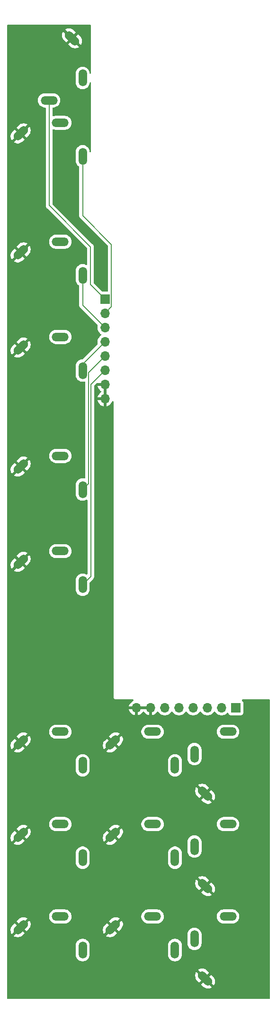
<source format=gtl>
%TF.GenerationSoftware,KiCad,Pcbnew,9.0.0*%
%TF.CreationDate,2025-03-15T22:53:43+01:00*%
%TF.ProjectId,DMH_Multiverter_Mk2_PCB_Conn,444d485f-4d75-46c7-9469-766572746572,1*%
%TF.SameCoordinates,Original*%
%TF.FileFunction,Copper,L1,Top*%
%TF.FilePolarity,Positive*%
%FSLAX46Y46*%
G04 Gerber Fmt 4.6, Leading zero omitted, Abs format (unit mm)*
G04 Created by KiCad (PCBNEW 9.0.0) date 2025-03-15 22:53:43*
%MOMM*%
%LPD*%
G01*
G04 APERTURE LIST*
G04 Aperture macros list*
%AMHorizOval*
0 Thick line with rounded ends*
0 $1 width*
0 $2 $3 position (X,Y) of the first rounded end (center of the circle)*
0 $4 $5 position (X,Y) of the second rounded end (center of the circle)*
0 Add line between two ends*
20,1,$1,$2,$3,$4,$5,0*
0 Add two circle primitives to create the rounded ends*
1,1,$1,$2,$3*
1,1,$1,$4,$5*%
G04 Aperture macros list end*
%TA.AperFunction,ComponentPad*%
%ADD10HorizOval,1.508000X-0.533159X-0.533159X0.533159X0.533159X0*%
%TD*%
%TA.AperFunction,ComponentPad*%
%ADD11O,1.508000X3.016000*%
%TD*%
%TA.AperFunction,ComponentPad*%
%ADD12O,3.016000X1.508000*%
%TD*%
%TA.AperFunction,ComponentPad*%
%ADD13HorizOval,1.508000X-0.533159X0.533159X0.533159X-0.533159X0*%
%TD*%
%TA.AperFunction,ComponentPad*%
%ADD14R,1.700000X1.700000*%
%TD*%
%TA.AperFunction,ComponentPad*%
%ADD15O,1.700000X1.700000*%
%TD*%
%TA.AperFunction,Conductor*%
%ADD16C,0.200000*%
%TD*%
G04 APERTURE END LIST*
D10*
%TO.P,J10,S*%
%TO.N,GND*%
X53903810Y-187653810D03*
D11*
%TO.P,J10,T*%
%TO.N,Net-(J10-PadT)*%
X65000000Y-191750000D03*
D12*
%TO.P,J10,TN*%
%TO.N,Net-(J10-PadTN)*%
X61000000Y-185750000D03*
%TD*%
D13*
%TO.P,J9,S*%
%TO.N,GND*%
X86903810Y-180346190D03*
D12*
%TO.P,J9,T*%
%TO.N,Net-(J10-PadTN)*%
X91000000Y-169250000D03*
D11*
%TO.P,J9,TN*%
%TO.N,unconnected-(J9-PadTN)*%
X85000000Y-173250000D03*
%TD*%
D10*
%TO.P,J6,S*%
%TO.N,GND*%
X53903810Y-138903810D03*
D11*
%TO.P,J6,T*%
%TO.N,/Inputs and Outputs/Att C Output Jack*%
X65000000Y-143000000D03*
D12*
%TO.P,J6,TN*%
%TO.N,Net-(J60-Pin_6)*%
X61000000Y-137000000D03*
%TD*%
D14*
%TO.P,J50,1,Pin_1*%
%TO.N,/Inputs and Outputs/Att A Input Jack*%
X69000000Y-92000000D03*
D15*
%TO.P,J50,2,Pin_2*%
%TO.N,/Inputs and Outputs/Att A Output Jack*%
X69000000Y-94540000D03*
%TO.P,J50,3,Pin_3*%
%TO.N,/Inputs and Outputs/Att B Input Jack*%
X69000000Y-97080000D03*
%TO.P,J50,4,Pin_4*%
%TO.N,/Inputs and Outputs/Att B Output Jack*%
X69000000Y-99620000D03*
%TO.P,J50,5,Pin_5*%
%TO.N,/Inputs and Outputs/Att C Input Jack*%
X69000000Y-102160000D03*
%TO.P,J50,6,Pin_6*%
%TO.N,/Inputs and Outputs/Att C Output Jack*%
X69000000Y-104700000D03*
%TO.P,J50,7,Pin_7*%
%TO.N,GND*%
X69000000Y-107240000D03*
%TO.P,J50,8,Pin_8*%
X69000000Y-109780000D03*
%TD*%
D13*
%TO.P,J1,S*%
%TO.N,GND*%
X63096190Y-45403810D03*
D12*
%TO.P,J1,T*%
%TO.N,/Inputs and Outputs/Att A Input Jack*%
X59000000Y-56500000D03*
D11*
%TO.P,J1,TN*%
%TO.N,Net-(J60-Pin_1)*%
X65000000Y-52500000D03*
%TD*%
D10*
%TO.P,J8,S*%
%TO.N,GND*%
X70403810Y-171153810D03*
D11*
%TO.P,J8,T*%
%TO.N,Net-(J10-PadTN)*%
X81500000Y-175250000D03*
D12*
%TO.P,J8,TN*%
%TO.N,unconnected-(J8-PadTN)*%
X77500000Y-169250000D03*
%TD*%
D10*
%TO.P,J7,S*%
%TO.N,GND*%
X53903810Y-171153810D03*
D11*
%TO.P,J7,T*%
%TO.N,Net-(J10-PadTN)*%
X65000000Y-175250000D03*
D12*
%TO.P,J7,TN*%
%TO.N,unconnected-(J7-PadTN)*%
X61000000Y-169250000D03*
%TD*%
D14*
%TO.P,J60,1,Pin_1*%
%TO.N,Net-(J60-Pin_1)*%
X92375000Y-164975000D03*
D15*
%TO.P,J60,2,Pin_2*%
%TO.N,Net-(J60-Pin_2)*%
X89835000Y-164975000D03*
%TO.P,J60,3,Pin_3*%
%TO.N,Net-(J60-Pin_3)*%
X87295000Y-164975000D03*
%TO.P,J60,4,Pin_4*%
%TO.N,Net-(J60-Pin_4)*%
X84755000Y-164975000D03*
%TO.P,J60,5,Pin_5*%
%TO.N,Net-(J60-Pin_5)*%
X82215000Y-164975000D03*
%TO.P,J60,6,Pin_6*%
%TO.N,Net-(J60-Pin_6)*%
X79675000Y-164975000D03*
%TO.P,J60,7,Pin_7*%
%TO.N,GND*%
X77135000Y-164975000D03*
%TO.P,J60,8,Pin_8*%
X74595000Y-164975000D03*
%TD*%
D10*
%TO.P,J11,S*%
%TO.N,GND*%
X70403810Y-187653810D03*
D11*
%TO.P,J11,T*%
%TO.N,Net-(J10-PadT)*%
X81500000Y-191750000D03*
D12*
%TO.P,J11,TN*%
%TO.N,unconnected-(J11-PadTN)*%
X77500000Y-185750000D03*
%TD*%
D10*
%TO.P,J13,S*%
%TO.N,GND*%
X53903810Y-204153810D03*
D11*
%TO.P,J13,T*%
%TO.N,Net-(J13-PadT)*%
X65000000Y-208250000D03*
D12*
%TO.P,J13,TN*%
%TO.N,Net-(J10-PadT)*%
X61000000Y-202250000D03*
%TD*%
D13*
%TO.P,J15,S*%
%TO.N,GND*%
X86903810Y-213346190D03*
D12*
%TO.P,J15,T*%
%TO.N,Net-(J13-PadT)*%
X91000000Y-202250000D03*
D11*
%TO.P,J15,TN*%
%TO.N,unconnected-(J15-PadTN)*%
X85000000Y-206250000D03*
%TD*%
D13*
%TO.P,J12,S*%
%TO.N,GND*%
X86903810Y-196846190D03*
D12*
%TO.P,J12,T*%
%TO.N,Net-(J10-PadT)*%
X91000000Y-185750000D03*
D11*
%TO.P,J12,TN*%
%TO.N,unconnected-(J12-PadTN)*%
X85000000Y-189750000D03*
%TD*%
D10*
%TO.P,J5,S*%
%TO.N,GND*%
X53903810Y-121903810D03*
D11*
%TO.P,J5,T*%
%TO.N,/Inputs and Outputs/Att C Input Jack*%
X65000000Y-126000000D03*
D12*
%TO.P,J5,TN*%
%TO.N,Net-(J60-Pin_5)*%
X61000000Y-120000000D03*
%TD*%
D10*
%TO.P,J3,S*%
%TO.N,GND*%
X53903810Y-83653810D03*
D11*
%TO.P,J3,T*%
%TO.N,/Inputs and Outputs/Att B Input Jack*%
X65000000Y-87750000D03*
D12*
%TO.P,J3,TN*%
%TO.N,Net-(J60-Pin_3)*%
X61000000Y-81750000D03*
%TD*%
D10*
%TO.P,J4,S*%
%TO.N,GND*%
X53903810Y-100653810D03*
D11*
%TO.P,J4,T*%
%TO.N,/Inputs and Outputs/Att B Output Jack*%
X65000000Y-104750000D03*
D12*
%TO.P,J4,TN*%
%TO.N,Net-(J60-Pin_4)*%
X61000000Y-98750000D03*
%TD*%
D10*
%TO.P,J2,S*%
%TO.N,GND*%
X53903810Y-62403810D03*
D11*
%TO.P,J2,T*%
%TO.N,/Inputs and Outputs/Att A Output Jack*%
X65000000Y-66500000D03*
D12*
%TO.P,J2,TN*%
%TO.N,Net-(J60-Pin_2)*%
X61000000Y-60500000D03*
%TD*%
D10*
%TO.P,J14,S*%
%TO.N,GND*%
X70403810Y-204153810D03*
D11*
%TO.P,J14,T*%
%TO.N,Net-(J13-PadT)*%
X81500000Y-208250000D03*
D12*
%TO.P,J14,TN*%
%TO.N,unconnected-(J14-PadTN)*%
X77500000Y-202250000D03*
%TD*%
D16*
%TO.N,/Inputs and Outputs/Att A Input Jack*%
X69000000Y-92000000D02*
X66399000Y-89399000D01*
X66399000Y-89399000D02*
X66399000Y-82649000D01*
X59000000Y-75250000D02*
X59000000Y-56500000D01*
X66399000Y-82649000D02*
X59000000Y-75250000D01*
%TO.N,/Inputs and Outputs/Att A Output Jack*%
X65000000Y-77100000D02*
X65000000Y-66500000D01*
X70151000Y-93389000D02*
X70151000Y-82251000D01*
X69000000Y-94540000D02*
X70151000Y-93389000D01*
X70151000Y-82251000D02*
X65000000Y-77100000D01*
%TO.N,/Inputs and Outputs/Att B Input Jack*%
X69000000Y-97080000D02*
X65000000Y-93080000D01*
X65000000Y-93080000D02*
X65000000Y-87750000D01*
%TO.N,/Inputs and Outputs/Att B Output Jack*%
X69000000Y-99620000D02*
X65000000Y-103620000D01*
X65000000Y-103620000D02*
X65000000Y-104750000D01*
%TO.N,/Inputs and Outputs/Att C Input Jack*%
X66055000Y-105105000D02*
X66055000Y-124945000D01*
X66055000Y-124945000D02*
X65000000Y-126000000D01*
X69000000Y-102160000D02*
X66055000Y-105105000D01*
%TO.N,/Inputs and Outputs/Att C Output Jack*%
X69000000Y-104700000D02*
X66456000Y-107244000D01*
X66456000Y-141544000D02*
X65000000Y-143000000D01*
X66456000Y-107244000D02*
X66456000Y-141544000D01*
%TD*%
%TA.AperFunction,Conductor*%
%TO.N,GND*%
G36*
X66442539Y-43020185D02*
G01*
X66488294Y-43072989D01*
X66499500Y-43124500D01*
X66499500Y-51618565D01*
X66479815Y-51685604D01*
X66427011Y-51731359D01*
X66357853Y-51741303D01*
X66294297Y-51712278D01*
X66256523Y-51653500D01*
X66253027Y-51637963D01*
X66223610Y-51452236D01*
X66203270Y-51389637D01*
X66162591Y-51264439D01*
X66072944Y-51088499D01*
X66065486Y-51078234D01*
X65956884Y-50928753D01*
X65817246Y-50789115D01*
X65657504Y-50673058D01*
X65657503Y-50673057D01*
X65657501Y-50673056D01*
X65481561Y-50583409D01*
X65481558Y-50583408D01*
X65293763Y-50522389D01*
X65098736Y-50491500D01*
X65098731Y-50491500D01*
X64901269Y-50491500D01*
X64901264Y-50491500D01*
X64706236Y-50522389D01*
X64518441Y-50583408D01*
X64342495Y-50673058D01*
X64182753Y-50789115D01*
X64043115Y-50928753D01*
X63927058Y-51088495D01*
X63837408Y-51264441D01*
X63776389Y-51452236D01*
X63745500Y-51647263D01*
X63745500Y-53352736D01*
X63776389Y-53547763D01*
X63837408Y-53735558D01*
X63837409Y-53735561D01*
X63927056Y-53911501D01*
X63927058Y-53911504D01*
X64043115Y-54071246D01*
X64182753Y-54210884D01*
X64332234Y-54319486D01*
X64342499Y-54326944D01*
X64518439Y-54416591D01*
X64643637Y-54457270D01*
X64706236Y-54477610D01*
X64901264Y-54508500D01*
X64901269Y-54508500D01*
X65098736Y-54508500D01*
X65293763Y-54477610D01*
X65481561Y-54416591D01*
X65657501Y-54326944D01*
X65747192Y-54261779D01*
X65817246Y-54210884D01*
X65817248Y-54210881D01*
X65817252Y-54210879D01*
X65956879Y-54071252D01*
X65956881Y-54071248D01*
X65956884Y-54071246D01*
X66007779Y-54001192D01*
X66072944Y-53911501D01*
X66162591Y-53735561D01*
X66223610Y-53547763D01*
X66253027Y-53362036D01*
X66282956Y-53298901D01*
X66342268Y-53261970D01*
X66412131Y-53262968D01*
X66470363Y-53301578D01*
X66498477Y-53365542D01*
X66499500Y-53381434D01*
X66499500Y-65618565D01*
X66479815Y-65685604D01*
X66427011Y-65731359D01*
X66357853Y-65741303D01*
X66294297Y-65712278D01*
X66256523Y-65653500D01*
X66253027Y-65637963D01*
X66223610Y-65452236D01*
X66203270Y-65389637D01*
X66162591Y-65264439D01*
X66072944Y-65088499D01*
X66065486Y-65078234D01*
X65956884Y-64928753D01*
X65817246Y-64789115D01*
X65657504Y-64673058D01*
X65657503Y-64673057D01*
X65657501Y-64673056D01*
X65481561Y-64583409D01*
X65481558Y-64583408D01*
X65293763Y-64522389D01*
X65098736Y-64491500D01*
X65098731Y-64491500D01*
X64901269Y-64491500D01*
X64901264Y-64491500D01*
X64706236Y-64522389D01*
X64518441Y-64583408D01*
X64342495Y-64673058D01*
X64182753Y-64789115D01*
X64043115Y-64928753D01*
X63927058Y-65088495D01*
X63837408Y-65264441D01*
X63776389Y-65452236D01*
X63745500Y-65647263D01*
X63745500Y-67352736D01*
X63776389Y-67547763D01*
X63837408Y-67735558D01*
X63837409Y-67735561D01*
X63927056Y-67911501D01*
X63927058Y-67911504D01*
X64043115Y-68071246D01*
X64043121Y-68071252D01*
X64182748Y-68210879D01*
X64342499Y-68326944D01*
X64342503Y-68326946D01*
X64346441Y-68329807D01*
X64345399Y-68331241D01*
X64387159Y-68377390D01*
X64399500Y-68431317D01*
X64399500Y-77013330D01*
X64399499Y-77013348D01*
X64399499Y-77179054D01*
X64399498Y-77179054D01*
X64440423Y-77331785D01*
X64469358Y-77381900D01*
X64469359Y-77381904D01*
X64469360Y-77381904D01*
X64499499Y-77434108D01*
X64519479Y-77468714D01*
X64519481Y-77468717D01*
X64638349Y-77587585D01*
X64638355Y-77587590D01*
X69514181Y-82463416D01*
X69547666Y-82524739D01*
X69550500Y-82551097D01*
X69550500Y-90525500D01*
X69530815Y-90592539D01*
X69478011Y-90638294D01*
X69426500Y-90649500D01*
X68550097Y-90649500D01*
X68483058Y-90629815D01*
X68462416Y-90613181D01*
X67035819Y-89186584D01*
X67002334Y-89125261D01*
X66999500Y-89098903D01*
X66999500Y-82569945D01*
X66999500Y-82569943D01*
X66958577Y-82417216D01*
X66958577Y-82417215D01*
X66908256Y-82330057D01*
X66879520Y-82280284D01*
X66767716Y-82168480D01*
X66767715Y-82168479D01*
X66763385Y-82164149D01*
X66763374Y-82164139D01*
X59636819Y-75037584D01*
X59603334Y-74976261D01*
X59600500Y-74949903D01*
X59600500Y-61779994D01*
X59620185Y-61712955D01*
X59672989Y-61667200D01*
X59742147Y-61657256D01*
X59762819Y-61662063D01*
X59764430Y-61662586D01*
X59764439Y-61662591D01*
X59952237Y-61723610D01*
X59984742Y-61728758D01*
X60147264Y-61754500D01*
X60147269Y-61754500D01*
X61852736Y-61754500D01*
X62047763Y-61723610D01*
X62235561Y-61662591D01*
X62411501Y-61572944D01*
X62501192Y-61507779D01*
X62571246Y-61456884D01*
X62571248Y-61456881D01*
X62571252Y-61456879D01*
X62710879Y-61317252D01*
X62710881Y-61317248D01*
X62710884Y-61317246D01*
X62761779Y-61247192D01*
X62826944Y-61157501D01*
X62916591Y-60981561D01*
X62977610Y-60793763D01*
X62991111Y-60708520D01*
X63008500Y-60598736D01*
X63008500Y-60401263D01*
X62977610Y-60206236D01*
X62957270Y-60143637D01*
X62916591Y-60018439D01*
X62826944Y-59842499D01*
X62819486Y-59832234D01*
X62710884Y-59682753D01*
X62571246Y-59543115D01*
X62411504Y-59427058D01*
X62411503Y-59427057D01*
X62411501Y-59427056D01*
X62235561Y-59337409D01*
X62235558Y-59337408D01*
X62047763Y-59276389D01*
X61852736Y-59245500D01*
X61852731Y-59245500D01*
X60147269Y-59245500D01*
X60147264Y-59245500D01*
X59952236Y-59276389D01*
X59798498Y-59326342D01*
X59764439Y-59337409D01*
X59764437Y-59337409D01*
X59762818Y-59337936D01*
X59692977Y-59339931D01*
X59633144Y-59303851D01*
X59602316Y-59241150D01*
X59600500Y-59220005D01*
X59600500Y-57878500D01*
X59620185Y-57811461D01*
X59672989Y-57765706D01*
X59724500Y-57754500D01*
X59852736Y-57754500D01*
X60047763Y-57723610D01*
X60235561Y-57662591D01*
X60411501Y-57572944D01*
X60501192Y-57507779D01*
X60571246Y-57456884D01*
X60571248Y-57456881D01*
X60571252Y-57456879D01*
X60710879Y-57317252D01*
X60710881Y-57317248D01*
X60710884Y-57317246D01*
X60761779Y-57247192D01*
X60826944Y-57157501D01*
X60916591Y-56981561D01*
X60977610Y-56793763D01*
X61008500Y-56598736D01*
X61008500Y-56401263D01*
X60977610Y-56206236D01*
X60957270Y-56143637D01*
X60916591Y-56018439D01*
X60826944Y-55842499D01*
X60819486Y-55832234D01*
X60710884Y-55682753D01*
X60571246Y-55543115D01*
X60411504Y-55427058D01*
X60411503Y-55427057D01*
X60411501Y-55427056D01*
X60235561Y-55337409D01*
X60235558Y-55337408D01*
X60047763Y-55276389D01*
X59852736Y-55245500D01*
X59852731Y-55245500D01*
X58147269Y-55245500D01*
X58147264Y-55245500D01*
X57952236Y-55276389D01*
X57764441Y-55337408D01*
X57588495Y-55427058D01*
X57428753Y-55543115D01*
X57289115Y-55682753D01*
X57173058Y-55842495D01*
X57083408Y-56018441D01*
X57022389Y-56206236D01*
X56991500Y-56401263D01*
X56991500Y-56598736D01*
X57022389Y-56793763D01*
X57083408Y-56981558D01*
X57083409Y-56981561D01*
X57173056Y-57157501D01*
X57173058Y-57157504D01*
X57289115Y-57317246D01*
X57428753Y-57456884D01*
X57578234Y-57565486D01*
X57588499Y-57572944D01*
X57764439Y-57662591D01*
X57889637Y-57703270D01*
X57952236Y-57723610D01*
X58147264Y-57754500D01*
X58147269Y-57754500D01*
X58275500Y-57754500D01*
X58342539Y-57774185D01*
X58388294Y-57826989D01*
X58399500Y-57878500D01*
X58399500Y-75163330D01*
X58399499Y-75163348D01*
X58399499Y-75329054D01*
X58399498Y-75329054D01*
X58440423Y-75481785D01*
X58469358Y-75531900D01*
X58469359Y-75531904D01*
X58469360Y-75531904D01*
X58519479Y-75618714D01*
X58519481Y-75618717D01*
X58638349Y-75737585D01*
X58638355Y-75737590D01*
X65762181Y-82861416D01*
X65795666Y-82922739D01*
X65798500Y-82949097D01*
X65798500Y-85792548D01*
X65778815Y-85859587D01*
X65726011Y-85905342D01*
X65656853Y-85915286D01*
X65618205Y-85903033D01*
X65555828Y-85871250D01*
X65481561Y-85833409D01*
X65481558Y-85833408D01*
X65293763Y-85772389D01*
X65098736Y-85741500D01*
X65098731Y-85741500D01*
X64901269Y-85741500D01*
X64901264Y-85741500D01*
X64706236Y-85772389D01*
X64518441Y-85833408D01*
X64342495Y-85923058D01*
X64182753Y-86039115D01*
X64043115Y-86178753D01*
X63927058Y-86338495D01*
X63837408Y-86514441D01*
X63776389Y-86702236D01*
X63745500Y-86897263D01*
X63745500Y-88602736D01*
X63776389Y-88797763D01*
X63837408Y-88985558D01*
X63837409Y-88985561D01*
X63908591Y-89125261D01*
X63927058Y-89161504D01*
X64043115Y-89321246D01*
X64043121Y-89321252D01*
X64182748Y-89460879D01*
X64342499Y-89576944D01*
X64342503Y-89576946D01*
X64346441Y-89579807D01*
X64345399Y-89581241D01*
X64387159Y-89627390D01*
X64399500Y-89681317D01*
X64399500Y-92993330D01*
X64399499Y-92993348D01*
X64399499Y-93159054D01*
X64399498Y-93159054D01*
X64440424Y-93311789D01*
X64440425Y-93311790D01*
X64459074Y-93344090D01*
X64459075Y-93344091D01*
X64519477Y-93448712D01*
X64519481Y-93448717D01*
X64638349Y-93567585D01*
X64638355Y-93567590D01*
X67666241Y-96595476D01*
X67699726Y-96656799D01*
X67696492Y-96721473D01*
X67682753Y-96763757D01*
X67649500Y-96973713D01*
X67649500Y-97186287D01*
X67682754Y-97396243D01*
X67734075Y-97554193D01*
X67748444Y-97598414D01*
X67844951Y-97787820D01*
X67969890Y-97959786D01*
X68120213Y-98110109D01*
X68292182Y-98235050D01*
X68300946Y-98239516D01*
X68351742Y-98287491D01*
X68368536Y-98355312D01*
X68345998Y-98421447D01*
X68300946Y-98460484D01*
X68292182Y-98464949D01*
X68120213Y-98589890D01*
X67969890Y-98740213D01*
X67844951Y-98912179D01*
X67748444Y-99101585D01*
X67682753Y-99303760D01*
X67649500Y-99513713D01*
X67649500Y-99726286D01*
X67682754Y-99936244D01*
X67682754Y-99936247D01*
X67696491Y-99978523D01*
X67698486Y-100048364D01*
X67666241Y-100104522D01*
X65065584Y-102705181D01*
X65004261Y-102738666D01*
X64977903Y-102741500D01*
X64901264Y-102741500D01*
X64706236Y-102772389D01*
X64518441Y-102833408D01*
X64342495Y-102923058D01*
X64182753Y-103039115D01*
X64043115Y-103178753D01*
X63927058Y-103338495D01*
X63837408Y-103514441D01*
X63776389Y-103702236D01*
X63745500Y-103897263D01*
X63745500Y-105602736D01*
X63776389Y-105797763D01*
X63796544Y-105859792D01*
X63837409Y-105985561D01*
X63927056Y-106161501D01*
X63927058Y-106161504D01*
X64043115Y-106321246D01*
X64182753Y-106460884D01*
X64332234Y-106569486D01*
X64342499Y-106576944D01*
X64518439Y-106666591D01*
X64631689Y-106703388D01*
X64706236Y-106727610D01*
X64901264Y-106758500D01*
X64901269Y-106758500D01*
X65098736Y-106758500D01*
X65207082Y-106741338D01*
X65293763Y-106727610D01*
X65293774Y-106727606D01*
X65298498Y-106726473D01*
X65298849Y-106727935D01*
X65362011Y-106726125D01*
X65421847Y-106762199D01*
X65452682Y-106824897D01*
X65454500Y-106846054D01*
X65454500Y-123903944D01*
X65434815Y-123970983D01*
X65382011Y-124016738D01*
X65312853Y-124026682D01*
X65298546Y-124023357D01*
X65298506Y-124023528D01*
X65293766Y-124022390D01*
X65098736Y-123991500D01*
X65098731Y-123991500D01*
X64901269Y-123991500D01*
X64901264Y-123991500D01*
X64706236Y-124022389D01*
X64518441Y-124083408D01*
X64342495Y-124173058D01*
X64182753Y-124289115D01*
X64043115Y-124428753D01*
X63927058Y-124588495D01*
X63837408Y-124764441D01*
X63776389Y-124952236D01*
X63745500Y-125147263D01*
X63745500Y-126852736D01*
X63776389Y-127047763D01*
X63837408Y-127235558D01*
X63837409Y-127235561D01*
X63927056Y-127411501D01*
X63927058Y-127411504D01*
X64043115Y-127571246D01*
X64182753Y-127710884D01*
X64309069Y-127802656D01*
X64342499Y-127826944D01*
X64518439Y-127916591D01*
X64643637Y-127957270D01*
X64706236Y-127977610D01*
X64901264Y-128008500D01*
X64901269Y-128008500D01*
X65098736Y-128008500D01*
X65293763Y-127977610D01*
X65481561Y-127916591D01*
X65657501Y-127826944D01*
X65658610Y-127826137D01*
X65659106Y-127825960D01*
X65661657Y-127824398D01*
X65661985Y-127824933D01*
X65724416Y-127802656D01*
X65792470Y-127818478D01*
X65841167Y-127868582D01*
X65855500Y-127926453D01*
X65855500Y-141073546D01*
X65835815Y-141140585D01*
X65783011Y-141186340D01*
X65713853Y-141196284D01*
X65661902Y-141175201D01*
X65661657Y-141175602D01*
X65659237Y-141174119D01*
X65658623Y-141173870D01*
X65657506Y-141173058D01*
X65567973Y-141127439D01*
X65481561Y-141083409D01*
X65451206Y-141073546D01*
X65293763Y-141022389D01*
X65098736Y-140991500D01*
X65098731Y-140991500D01*
X64901269Y-140991500D01*
X64901264Y-140991500D01*
X64706236Y-141022389D01*
X64518441Y-141083408D01*
X64342495Y-141173058D01*
X64182753Y-141289115D01*
X64043115Y-141428753D01*
X63927058Y-141588495D01*
X63837408Y-141764441D01*
X63776389Y-141952236D01*
X63745500Y-142147263D01*
X63745500Y-143852736D01*
X63776389Y-144047763D01*
X63837408Y-144235558D01*
X63837409Y-144235561D01*
X63927056Y-144411501D01*
X63927058Y-144411504D01*
X64043115Y-144571246D01*
X64182753Y-144710884D01*
X64332234Y-144819486D01*
X64342499Y-144826944D01*
X64518439Y-144916591D01*
X64643637Y-144957270D01*
X64706236Y-144977610D01*
X64901264Y-145008500D01*
X64901269Y-145008500D01*
X65098736Y-145008500D01*
X65293763Y-144977610D01*
X65481561Y-144916591D01*
X65657501Y-144826944D01*
X65747192Y-144761779D01*
X65817246Y-144710884D01*
X65817248Y-144710881D01*
X65817252Y-144710879D01*
X65956879Y-144571252D01*
X65956881Y-144571248D01*
X65956884Y-144571246D01*
X66007779Y-144501192D01*
X66072944Y-144411501D01*
X66162591Y-144235561D01*
X66223610Y-144047763D01*
X66254500Y-143852736D01*
X66254500Y-142646096D01*
X66274185Y-142579057D01*
X66290815Y-142558419D01*
X66814506Y-142034727D01*
X66814511Y-142034724D01*
X66824714Y-142024520D01*
X66824716Y-142024520D01*
X66936520Y-141912716D01*
X67015403Y-141776086D01*
X67015577Y-141775785D01*
X67056501Y-141623057D01*
X67056501Y-141464943D01*
X67056501Y-141457348D01*
X67056500Y-141457330D01*
X67056500Y-107544096D01*
X67065144Y-107514655D01*
X67071668Y-107484669D01*
X67075422Y-107479653D01*
X67076185Y-107477057D01*
X67092814Y-107456420D01*
X67525617Y-107023617D01*
X67586939Y-106990133D01*
X67615604Y-106992182D01*
X67615604Y-106990000D01*
X68566988Y-106990000D01*
X68534075Y-107047007D01*
X68500000Y-107174174D01*
X68500000Y-107305826D01*
X68534075Y-107432993D01*
X68566988Y-107490000D01*
X67672769Y-107490000D01*
X67683242Y-107556126D01*
X67683242Y-107556129D01*
X67748904Y-107758217D01*
X67845379Y-107947557D01*
X67970272Y-108119459D01*
X67970276Y-108119464D01*
X68120535Y-108269723D01*
X68120540Y-108269727D01*
X68292444Y-108394622D01*
X68302048Y-108399516D01*
X68352844Y-108447491D01*
X68369638Y-108515312D01*
X68347100Y-108581447D01*
X68302048Y-108620484D01*
X68292444Y-108625377D01*
X68120540Y-108750272D01*
X68120535Y-108750276D01*
X67970276Y-108900535D01*
X67970272Y-108900540D01*
X67845379Y-109072442D01*
X67748904Y-109261782D01*
X67683242Y-109463870D01*
X67683242Y-109463873D01*
X67672769Y-109530000D01*
X68566988Y-109530000D01*
X68534075Y-109587007D01*
X68500000Y-109714174D01*
X68500000Y-109845826D01*
X68534075Y-109972993D01*
X68566988Y-110030000D01*
X67672769Y-110030000D01*
X67683242Y-110096126D01*
X67683242Y-110096129D01*
X67748904Y-110298217D01*
X67845379Y-110487557D01*
X67970272Y-110659459D01*
X67970276Y-110659464D01*
X68120535Y-110809723D01*
X68120540Y-110809727D01*
X68292442Y-110934620D01*
X68481782Y-111031095D01*
X68683871Y-111096757D01*
X68750000Y-111107231D01*
X68750000Y-110213012D01*
X68807007Y-110245925D01*
X68934174Y-110280000D01*
X69065826Y-110280000D01*
X69192993Y-110245925D01*
X69250000Y-110213012D01*
X69250000Y-111107230D01*
X69316126Y-111096757D01*
X69316129Y-111096757D01*
X69518217Y-111031095D01*
X69707557Y-110934620D01*
X69879459Y-110809727D01*
X69879464Y-110809723D01*
X70029723Y-110659464D01*
X70029727Y-110659459D01*
X70154620Y-110487557D01*
X70251093Y-110298221D01*
X70257568Y-110278294D01*
X70297005Y-110220618D01*
X70361363Y-110193419D01*
X70430210Y-110205333D01*
X70481686Y-110252576D01*
X70499500Y-110316611D01*
X70499500Y-163065891D01*
X70533608Y-163193187D01*
X70566554Y-163250250D01*
X70599500Y-163307314D01*
X70692686Y-163400500D01*
X70806814Y-163466392D01*
X70934108Y-163500500D01*
X71065892Y-163500500D01*
X73998741Y-163500500D01*
X74065780Y-163520185D01*
X74111535Y-163572989D01*
X74121479Y-163642147D01*
X74092454Y-163705703D01*
X74055036Y-163734985D01*
X73887442Y-163820379D01*
X73715540Y-163945272D01*
X73715535Y-163945276D01*
X73565276Y-164095535D01*
X73565272Y-164095540D01*
X73440379Y-164267442D01*
X73343904Y-164456782D01*
X73278242Y-164658870D01*
X73278242Y-164658873D01*
X73267769Y-164725000D01*
X74161988Y-164725000D01*
X74129075Y-164782007D01*
X74095000Y-164909174D01*
X74095000Y-165040826D01*
X74129075Y-165167993D01*
X74161988Y-165225000D01*
X73267769Y-165225000D01*
X73278242Y-165291126D01*
X73278242Y-165291129D01*
X73343904Y-165493217D01*
X73440379Y-165682557D01*
X73565272Y-165854459D01*
X73565276Y-165854464D01*
X73715535Y-166004723D01*
X73715540Y-166004727D01*
X73887442Y-166129620D01*
X74076782Y-166226095D01*
X74278871Y-166291757D01*
X74345000Y-166302231D01*
X74345000Y-165408012D01*
X74402007Y-165440925D01*
X74529174Y-165475000D01*
X74660826Y-165475000D01*
X74787993Y-165440925D01*
X74845000Y-165408012D01*
X74845000Y-166302230D01*
X74911126Y-166291757D01*
X74911129Y-166291757D01*
X75113217Y-166226095D01*
X75302557Y-166129620D01*
X75474459Y-166004727D01*
X75474464Y-166004723D01*
X75624723Y-165854464D01*
X75624727Y-165854459D01*
X75749620Y-165682558D01*
X75754514Y-165672954D01*
X75802488Y-165622157D01*
X75870308Y-165605361D01*
X75936444Y-165627897D01*
X75975486Y-165672954D01*
X75980379Y-165682558D01*
X76105272Y-165854459D01*
X76105276Y-165854464D01*
X76255535Y-166004723D01*
X76255540Y-166004727D01*
X76427442Y-166129620D01*
X76616782Y-166226095D01*
X76818871Y-166291757D01*
X76885000Y-166302231D01*
X76885000Y-165408012D01*
X76942007Y-165440925D01*
X77069174Y-165475000D01*
X77200826Y-165475000D01*
X77327993Y-165440925D01*
X77385000Y-165408012D01*
X77385000Y-166302230D01*
X77451126Y-166291757D01*
X77451129Y-166291757D01*
X77653217Y-166226095D01*
X77842557Y-166129620D01*
X78014459Y-166004727D01*
X78014464Y-166004723D01*
X78164723Y-165854464D01*
X78164727Y-165854459D01*
X78289620Y-165682558D01*
X78294232Y-165673507D01*
X78342205Y-165622709D01*
X78410025Y-165605912D01*
X78476161Y-165628447D01*
X78515204Y-165673504D01*
X78519949Y-165682817D01*
X78644890Y-165854786D01*
X78795213Y-166005109D01*
X78967179Y-166130048D01*
X78967181Y-166130049D01*
X78967184Y-166130051D01*
X79156588Y-166226557D01*
X79358757Y-166292246D01*
X79568713Y-166325500D01*
X79568714Y-166325500D01*
X79781286Y-166325500D01*
X79781287Y-166325500D01*
X79991243Y-166292246D01*
X80193412Y-166226557D01*
X80382816Y-166130051D01*
X80469138Y-166067335D01*
X80554786Y-166005109D01*
X80554788Y-166005106D01*
X80554792Y-166005104D01*
X80705104Y-165854792D01*
X80705106Y-165854788D01*
X80705109Y-165854786D01*
X80830048Y-165682820D01*
X80830050Y-165682817D01*
X80830051Y-165682816D01*
X80834514Y-165674054D01*
X80882488Y-165623259D01*
X80950308Y-165606463D01*
X81016444Y-165628999D01*
X81055486Y-165674056D01*
X81059951Y-165682820D01*
X81184890Y-165854786D01*
X81335213Y-166005109D01*
X81507179Y-166130048D01*
X81507181Y-166130049D01*
X81507184Y-166130051D01*
X81696588Y-166226557D01*
X81898757Y-166292246D01*
X82108713Y-166325500D01*
X82108714Y-166325500D01*
X82321286Y-166325500D01*
X82321287Y-166325500D01*
X82531243Y-166292246D01*
X82733412Y-166226557D01*
X82922816Y-166130051D01*
X83009138Y-166067335D01*
X83094786Y-166005109D01*
X83094788Y-166005106D01*
X83094792Y-166005104D01*
X83245104Y-165854792D01*
X83245106Y-165854788D01*
X83245109Y-165854786D01*
X83370048Y-165682820D01*
X83370050Y-165682817D01*
X83370051Y-165682816D01*
X83374514Y-165674054D01*
X83422488Y-165623259D01*
X83490308Y-165606463D01*
X83556444Y-165628999D01*
X83595486Y-165674056D01*
X83599951Y-165682820D01*
X83724890Y-165854786D01*
X83875213Y-166005109D01*
X84047179Y-166130048D01*
X84047181Y-166130049D01*
X84047184Y-166130051D01*
X84236588Y-166226557D01*
X84438757Y-166292246D01*
X84648713Y-166325500D01*
X84648714Y-166325500D01*
X84861286Y-166325500D01*
X84861287Y-166325500D01*
X85071243Y-166292246D01*
X85273412Y-166226557D01*
X85462816Y-166130051D01*
X85549138Y-166067335D01*
X85634786Y-166005109D01*
X85634788Y-166005106D01*
X85634792Y-166005104D01*
X85785104Y-165854792D01*
X85785106Y-165854788D01*
X85785109Y-165854786D01*
X85910048Y-165682820D01*
X85910050Y-165682817D01*
X85910051Y-165682816D01*
X85914514Y-165674054D01*
X85962488Y-165623259D01*
X86030308Y-165606463D01*
X86096444Y-165628999D01*
X86135486Y-165674056D01*
X86139951Y-165682820D01*
X86264890Y-165854786D01*
X86415213Y-166005109D01*
X86587179Y-166130048D01*
X86587181Y-166130049D01*
X86587184Y-166130051D01*
X86776588Y-166226557D01*
X86978757Y-166292246D01*
X87188713Y-166325500D01*
X87188714Y-166325500D01*
X87401286Y-166325500D01*
X87401287Y-166325500D01*
X87611243Y-166292246D01*
X87813412Y-166226557D01*
X88002816Y-166130051D01*
X88089138Y-166067335D01*
X88174786Y-166005109D01*
X88174788Y-166005106D01*
X88174792Y-166005104D01*
X88325104Y-165854792D01*
X88325106Y-165854788D01*
X88325109Y-165854786D01*
X88450048Y-165682820D01*
X88450050Y-165682817D01*
X88450051Y-165682816D01*
X88454514Y-165674054D01*
X88502488Y-165623259D01*
X88570308Y-165606463D01*
X88636444Y-165628999D01*
X88675486Y-165674056D01*
X88679951Y-165682820D01*
X88804890Y-165854786D01*
X88955213Y-166005109D01*
X89127179Y-166130048D01*
X89127181Y-166130049D01*
X89127184Y-166130051D01*
X89316588Y-166226557D01*
X89518757Y-166292246D01*
X89728713Y-166325500D01*
X89728714Y-166325500D01*
X89941286Y-166325500D01*
X89941287Y-166325500D01*
X90151243Y-166292246D01*
X90353412Y-166226557D01*
X90542816Y-166130051D01*
X90714792Y-166005104D01*
X90828329Y-165891566D01*
X90889648Y-165858084D01*
X90959340Y-165863068D01*
X91015274Y-165904939D01*
X91032189Y-165935917D01*
X91081202Y-166067328D01*
X91081206Y-166067335D01*
X91167452Y-166182544D01*
X91167455Y-166182547D01*
X91282664Y-166268793D01*
X91282671Y-166268797D01*
X91417517Y-166319091D01*
X91417516Y-166319091D01*
X91424444Y-166319835D01*
X91477127Y-166325500D01*
X93272872Y-166325499D01*
X93332483Y-166319091D01*
X93467331Y-166268796D01*
X93582546Y-166182546D01*
X93668796Y-166067331D01*
X93719091Y-165932483D01*
X93725500Y-165872873D01*
X93725499Y-164077128D01*
X93719091Y-164017517D01*
X93717810Y-164014083D01*
X93668797Y-163882671D01*
X93668793Y-163882664D01*
X93582547Y-163767456D01*
X93582548Y-163767456D01*
X93582546Y-163767454D01*
X93524186Y-163723765D01*
X93482316Y-163667833D01*
X93477332Y-163598141D01*
X93510817Y-163536818D01*
X93572141Y-163503334D01*
X93598498Y-163500500D01*
X98375500Y-163500500D01*
X98442539Y-163520185D01*
X98488294Y-163572989D01*
X98499500Y-163624500D01*
X98499500Y-216875500D01*
X98479815Y-216942539D01*
X98427011Y-216988294D01*
X98375500Y-216999500D01*
X51624500Y-216999500D01*
X51557461Y-216979815D01*
X51511706Y-216927011D01*
X51500500Y-216875500D01*
X51500500Y-212714339D01*
X85116651Y-212714339D01*
X85116651Y-212911722D01*
X85147529Y-213106678D01*
X85208521Y-213294397D01*
X85208522Y-213294400D01*
X85298133Y-213470270D01*
X85414155Y-213629958D01*
X85414155Y-213629959D01*
X85840321Y-214056125D01*
X86373479Y-213522966D01*
X86727032Y-213876519D01*
X86193874Y-214409678D01*
X86620039Y-214835842D01*
X86620041Y-214835843D01*
X86779730Y-214951865D01*
X86779736Y-214951869D01*
X86955598Y-215041477D01*
X86955604Y-215041479D01*
X87143320Y-215102470D01*
X87143319Y-215102470D01*
X87338277Y-215133349D01*
X87535660Y-215133349D01*
X87730616Y-215102470D01*
X87918335Y-215041478D01*
X87918338Y-215041477D01*
X88094210Y-214951865D01*
X88129957Y-214925892D01*
X88129957Y-214925890D01*
X87563549Y-214359482D01*
X87627132Y-214342446D01*
X87741148Y-214276620D01*
X87834240Y-214183528D01*
X87900066Y-214069512D01*
X87917102Y-214005929D01*
X88483510Y-214572337D01*
X88483512Y-214572337D01*
X88509485Y-214536590D01*
X88599097Y-214360718D01*
X88599098Y-214360715D01*
X88660090Y-214172996D01*
X88690969Y-213978040D01*
X88690969Y-213780656D01*
X88660090Y-213585699D01*
X88599099Y-213397984D01*
X88599097Y-213397978D01*
X88509489Y-213222116D01*
X88509485Y-213222110D01*
X88393463Y-213062421D01*
X88393462Y-213062419D01*
X87967299Y-212636254D01*
X87967298Y-212636254D01*
X87434138Y-213169412D01*
X87080585Y-212815859D01*
X87613745Y-212282701D01*
X87187579Y-211856535D01*
X87027890Y-211740513D01*
X86852020Y-211650902D01*
X86852017Y-211650901D01*
X86664298Y-211589909D01*
X86469342Y-211559031D01*
X86271960Y-211559031D01*
X86077003Y-211589909D01*
X85889284Y-211650901D01*
X85889281Y-211650902D01*
X85713409Y-211740514D01*
X85677660Y-211766486D01*
X85677660Y-211766487D01*
X86244071Y-212332898D01*
X86180488Y-212349935D01*
X86066473Y-212415761D01*
X85973381Y-212508853D01*
X85907555Y-212622868D01*
X85890518Y-212686451D01*
X85324107Y-212120040D01*
X85324106Y-212120040D01*
X85298134Y-212155789D01*
X85208522Y-212331661D01*
X85208521Y-212331664D01*
X85147529Y-212519383D01*
X85116651Y-212714339D01*
X51500500Y-212714339D01*
X51500500Y-207397263D01*
X63745500Y-207397263D01*
X63745500Y-209102736D01*
X63776389Y-209297763D01*
X63837408Y-209485558D01*
X63837409Y-209485561D01*
X63927056Y-209661501D01*
X63927058Y-209661504D01*
X64043115Y-209821246D01*
X64182753Y-209960884D01*
X64332234Y-210069486D01*
X64342499Y-210076944D01*
X64518439Y-210166591D01*
X64643637Y-210207270D01*
X64706236Y-210227610D01*
X64901264Y-210258500D01*
X64901269Y-210258500D01*
X65098736Y-210258500D01*
X65293763Y-210227610D01*
X65481561Y-210166591D01*
X65657501Y-210076944D01*
X65747192Y-210011779D01*
X65817246Y-209960884D01*
X65817248Y-209960881D01*
X65817252Y-209960879D01*
X65956879Y-209821252D01*
X65956881Y-209821248D01*
X65956884Y-209821246D01*
X66007779Y-209751192D01*
X66072944Y-209661501D01*
X66162591Y-209485561D01*
X66223610Y-209297763D01*
X66254500Y-209102736D01*
X66254500Y-207397263D01*
X80245500Y-207397263D01*
X80245500Y-209102736D01*
X80276389Y-209297763D01*
X80337408Y-209485558D01*
X80337409Y-209485561D01*
X80427056Y-209661501D01*
X80427058Y-209661504D01*
X80543115Y-209821246D01*
X80682753Y-209960884D01*
X80832234Y-210069486D01*
X80842499Y-210076944D01*
X81018439Y-210166591D01*
X81143637Y-210207270D01*
X81206236Y-210227610D01*
X81401264Y-210258500D01*
X81401269Y-210258500D01*
X81598736Y-210258500D01*
X81793763Y-210227610D01*
X81981561Y-210166591D01*
X82157501Y-210076944D01*
X82247192Y-210011779D01*
X82317246Y-209960884D01*
X82317248Y-209960881D01*
X82317252Y-209960879D01*
X82456879Y-209821252D01*
X82456881Y-209821248D01*
X82456884Y-209821246D01*
X82507779Y-209751192D01*
X82572944Y-209661501D01*
X82662591Y-209485561D01*
X82723610Y-209297763D01*
X82754500Y-209102736D01*
X82754500Y-207397263D01*
X82723610Y-207202236D01*
X82691280Y-207102736D01*
X82662591Y-207014439D01*
X82572944Y-206838499D01*
X82565486Y-206828234D01*
X82456884Y-206678753D01*
X82317246Y-206539115D01*
X82157504Y-206423058D01*
X82157503Y-206423057D01*
X82157501Y-206423056D01*
X81981561Y-206333409D01*
X81981558Y-206333408D01*
X81793763Y-206272389D01*
X81598736Y-206241500D01*
X81598731Y-206241500D01*
X81401269Y-206241500D01*
X81401264Y-206241500D01*
X81206236Y-206272389D01*
X81018441Y-206333408D01*
X80842495Y-206423058D01*
X80682753Y-206539115D01*
X80543115Y-206678753D01*
X80427058Y-206838495D01*
X80337408Y-207014441D01*
X80276389Y-207202236D01*
X80245500Y-207397263D01*
X66254500Y-207397263D01*
X66223610Y-207202236D01*
X66191280Y-207102736D01*
X66162591Y-207014439D01*
X66072944Y-206838499D01*
X66065486Y-206828234D01*
X65956884Y-206678753D01*
X65817246Y-206539115D01*
X65657504Y-206423058D01*
X65657503Y-206423057D01*
X65657501Y-206423056D01*
X65481561Y-206333409D01*
X65481558Y-206333408D01*
X65293763Y-206272389D01*
X65098736Y-206241500D01*
X65098731Y-206241500D01*
X64901269Y-206241500D01*
X64901264Y-206241500D01*
X64706236Y-206272389D01*
X64518441Y-206333408D01*
X64342495Y-206423058D01*
X64182753Y-206539115D01*
X64043115Y-206678753D01*
X63927058Y-206838495D01*
X63837408Y-207014441D01*
X63776389Y-207202236D01*
X63745500Y-207397263D01*
X51500500Y-207397263D01*
X51500500Y-204588277D01*
X52116651Y-204588277D01*
X52116651Y-204785660D01*
X52147529Y-204980616D01*
X52208521Y-205168335D01*
X52208522Y-205168338D01*
X52298134Y-205344210D01*
X52324106Y-205379958D01*
X52324107Y-205379958D01*
X52890517Y-204813547D01*
X52907555Y-204877132D01*
X52973381Y-204991147D01*
X53066473Y-205084239D01*
X53180488Y-205150065D01*
X53244069Y-205167101D01*
X52677660Y-205733510D01*
X52677660Y-205733511D01*
X52713415Y-205759488D01*
X52889281Y-205849097D01*
X52889284Y-205849098D01*
X53077003Y-205910090D01*
X53271960Y-205940969D01*
X53469342Y-205940969D01*
X53664298Y-205910090D01*
X53852017Y-205849098D01*
X53852020Y-205849097D01*
X54027890Y-205759486D01*
X54187578Y-205643464D01*
X54187579Y-205643464D01*
X54232473Y-205598571D01*
X54613745Y-205217298D01*
X54613745Y-205217297D01*
X54080586Y-204684139D01*
X54434139Y-204330586D01*
X54967297Y-204863745D01*
X55242766Y-204588277D01*
X68616651Y-204588277D01*
X68616651Y-204785660D01*
X68647529Y-204980616D01*
X68708521Y-205168335D01*
X68708522Y-205168338D01*
X68798134Y-205344210D01*
X68824106Y-205379958D01*
X68824107Y-205379958D01*
X69390517Y-204813547D01*
X69407555Y-204877132D01*
X69473381Y-204991147D01*
X69566473Y-205084239D01*
X69680488Y-205150065D01*
X69744069Y-205167101D01*
X69177660Y-205733510D01*
X69177660Y-205733511D01*
X69213415Y-205759488D01*
X69389281Y-205849097D01*
X69389284Y-205849098D01*
X69577003Y-205910090D01*
X69771960Y-205940969D01*
X69969342Y-205940969D01*
X70164298Y-205910090D01*
X70352017Y-205849098D01*
X70352020Y-205849097D01*
X70527890Y-205759486D01*
X70687578Y-205643464D01*
X70687579Y-205643464D01*
X70933780Y-205397263D01*
X83745500Y-205397263D01*
X83745500Y-207102736D01*
X83776389Y-207297763D01*
X83808719Y-207397263D01*
X83837409Y-207485561D01*
X83927056Y-207661501D01*
X83927058Y-207661504D01*
X84043115Y-207821246D01*
X84182753Y-207960884D01*
X84332234Y-208069486D01*
X84342499Y-208076944D01*
X84518439Y-208166591D01*
X84643637Y-208207270D01*
X84706236Y-208227610D01*
X84901264Y-208258500D01*
X84901269Y-208258500D01*
X85098736Y-208258500D01*
X85293763Y-208227610D01*
X85481561Y-208166591D01*
X85657501Y-208076944D01*
X85747192Y-208011779D01*
X85817246Y-207960884D01*
X85817248Y-207960881D01*
X85817252Y-207960879D01*
X85956879Y-207821252D01*
X85956881Y-207821248D01*
X85956884Y-207821246D01*
X86007779Y-207751192D01*
X86072944Y-207661501D01*
X86162591Y-207485561D01*
X86223610Y-207297763D01*
X86238740Y-207202236D01*
X86254500Y-207102736D01*
X86254500Y-205397263D01*
X86223610Y-205202236D01*
X86185270Y-205084239D01*
X86162591Y-205014439D01*
X86072944Y-204838499D01*
X86008622Y-204749966D01*
X85956884Y-204678753D01*
X85817246Y-204539115D01*
X85657504Y-204423058D01*
X85657503Y-204423057D01*
X85657501Y-204423056D01*
X85481561Y-204333409D01*
X85481558Y-204333408D01*
X85293763Y-204272389D01*
X85098736Y-204241500D01*
X85098731Y-204241500D01*
X84901269Y-204241500D01*
X84901264Y-204241500D01*
X84706236Y-204272389D01*
X84518441Y-204333408D01*
X84342495Y-204423058D01*
X84182753Y-204539115D01*
X84043115Y-204678753D01*
X83927058Y-204838495D01*
X83837408Y-205014441D01*
X83776389Y-205202236D01*
X83745500Y-205397263D01*
X70933780Y-205397263D01*
X71113745Y-205217298D01*
X71113745Y-205217297D01*
X70580586Y-204684139D01*
X70934139Y-204330586D01*
X71467297Y-204863745D01*
X71893463Y-204437579D01*
X71893463Y-204437578D01*
X72009485Y-204277889D01*
X72009489Y-204277883D01*
X72099097Y-204102021D01*
X72099099Y-204102015D01*
X72160090Y-203914300D01*
X72190969Y-203719343D01*
X72190969Y-203521959D01*
X72160090Y-203327003D01*
X72099098Y-203139284D01*
X72099097Y-203139281D01*
X72009489Y-202963419D01*
X72009481Y-202963406D01*
X71983511Y-202927661D01*
X71983510Y-202927660D01*
X71417102Y-203494068D01*
X71400066Y-203430488D01*
X71334240Y-203316472D01*
X71241148Y-203223380D01*
X71127132Y-203157554D01*
X71063548Y-203140516D01*
X71629958Y-202574108D01*
X71594208Y-202548134D01*
X71418338Y-202458522D01*
X71418335Y-202458521D01*
X71230616Y-202397529D01*
X71035660Y-202366651D01*
X70838277Y-202366651D01*
X70643319Y-202397529D01*
X70455604Y-202458520D01*
X70455598Y-202458522D01*
X70279736Y-202548130D01*
X70279730Y-202548134D01*
X70120044Y-202664153D01*
X69693874Y-203090321D01*
X70227033Y-203623480D01*
X69873480Y-203977033D01*
X69340321Y-203443874D01*
X69340320Y-203443874D01*
X68914156Y-203870039D01*
X68914155Y-203870041D01*
X68798133Y-204029729D01*
X68708522Y-204205599D01*
X68708521Y-204205602D01*
X68647529Y-204393321D01*
X68616651Y-204588277D01*
X55242766Y-204588277D01*
X55335319Y-204495724D01*
X55393463Y-204437579D01*
X55393463Y-204437578D01*
X55509485Y-204277889D01*
X55509489Y-204277883D01*
X55599097Y-204102021D01*
X55599099Y-204102015D01*
X55660090Y-203914300D01*
X55690969Y-203719343D01*
X55690969Y-203521959D01*
X55660090Y-203327003D01*
X55599098Y-203139284D01*
X55599097Y-203139281D01*
X55509489Y-202963419D01*
X55509481Y-202963406D01*
X55483511Y-202927661D01*
X55483510Y-202927660D01*
X54917102Y-203494068D01*
X54900066Y-203430488D01*
X54834240Y-203316472D01*
X54741148Y-203223380D01*
X54627132Y-203157554D01*
X54563548Y-203140516D01*
X55129958Y-202574108D01*
X55094208Y-202548134D01*
X54918338Y-202458522D01*
X54918335Y-202458521D01*
X54730616Y-202397529D01*
X54535660Y-202366651D01*
X54338277Y-202366651D01*
X54143319Y-202397529D01*
X53955604Y-202458520D01*
X53955598Y-202458522D01*
X53779736Y-202548130D01*
X53779730Y-202548134D01*
X53620044Y-202664153D01*
X53193874Y-203090321D01*
X53727033Y-203623480D01*
X53373480Y-203977033D01*
X52840321Y-203443874D01*
X52840320Y-203443874D01*
X52414156Y-203870039D01*
X52414155Y-203870041D01*
X52298133Y-204029729D01*
X52208522Y-204205599D01*
X52208521Y-204205602D01*
X52147529Y-204393321D01*
X52116651Y-204588277D01*
X51500500Y-204588277D01*
X51500500Y-202151263D01*
X58991500Y-202151263D01*
X58991500Y-202348736D01*
X59022389Y-202543763D01*
X59061507Y-202664153D01*
X59083409Y-202731561D01*
X59173056Y-202907501D01*
X59173058Y-202907504D01*
X59289115Y-203067246D01*
X59428753Y-203206884D01*
X59578234Y-203315486D01*
X59588499Y-203322944D01*
X59764439Y-203412591D01*
X59860719Y-203443874D01*
X59952236Y-203473610D01*
X60147264Y-203504500D01*
X60147269Y-203504500D01*
X61852736Y-203504500D01*
X62047763Y-203473610D01*
X62235561Y-203412591D01*
X62411501Y-203322944D01*
X62501192Y-203257779D01*
X62571246Y-203206884D01*
X62571248Y-203206881D01*
X62571252Y-203206879D01*
X62710879Y-203067252D01*
X62826944Y-202907501D01*
X62916591Y-202731561D01*
X62977610Y-202543763D01*
X62991111Y-202458520D01*
X63008500Y-202348736D01*
X63008500Y-202151263D01*
X75491500Y-202151263D01*
X75491500Y-202348736D01*
X75522389Y-202543763D01*
X75561507Y-202664153D01*
X75583409Y-202731561D01*
X75673056Y-202907501D01*
X75673058Y-202907504D01*
X75789115Y-203067246D01*
X75928753Y-203206884D01*
X76078234Y-203315486D01*
X76088499Y-203322944D01*
X76264439Y-203412591D01*
X76360719Y-203443874D01*
X76452236Y-203473610D01*
X76647264Y-203504500D01*
X76647269Y-203504500D01*
X78352736Y-203504500D01*
X78547763Y-203473610D01*
X78735561Y-203412591D01*
X78911501Y-203322944D01*
X79001192Y-203257779D01*
X79071246Y-203206884D01*
X79071248Y-203206881D01*
X79071252Y-203206879D01*
X79210879Y-203067252D01*
X79210881Y-203067248D01*
X79210884Y-203067246D01*
X79284389Y-202966073D01*
X79326944Y-202907501D01*
X79416591Y-202731561D01*
X79477610Y-202543763D01*
X79491111Y-202458520D01*
X79508500Y-202348736D01*
X79508500Y-202151263D01*
X88991500Y-202151263D01*
X88991500Y-202348736D01*
X89022389Y-202543763D01*
X89061507Y-202664153D01*
X89083409Y-202731561D01*
X89173056Y-202907501D01*
X89173058Y-202907504D01*
X89289115Y-203067246D01*
X89428753Y-203206884D01*
X89578234Y-203315486D01*
X89588499Y-203322944D01*
X89764439Y-203412591D01*
X89860719Y-203443874D01*
X89952236Y-203473610D01*
X90147264Y-203504500D01*
X90147269Y-203504500D01*
X91852736Y-203504500D01*
X92047763Y-203473610D01*
X92235561Y-203412591D01*
X92411501Y-203322944D01*
X92501192Y-203257779D01*
X92571246Y-203206884D01*
X92571248Y-203206881D01*
X92571252Y-203206879D01*
X92710879Y-203067252D01*
X92710881Y-203067248D01*
X92710884Y-203067246D01*
X92784389Y-202966073D01*
X92826944Y-202907501D01*
X92916591Y-202731561D01*
X92977610Y-202543763D01*
X92991111Y-202458520D01*
X93008500Y-202348736D01*
X93008500Y-202151263D01*
X92977610Y-201956236D01*
X92957270Y-201893637D01*
X92916591Y-201768439D01*
X92826944Y-201592499D01*
X92819486Y-201582234D01*
X92710884Y-201432753D01*
X92571246Y-201293115D01*
X92411504Y-201177058D01*
X92411503Y-201177057D01*
X92411501Y-201177056D01*
X92235561Y-201087409D01*
X92235558Y-201087408D01*
X92047763Y-201026389D01*
X91852736Y-200995500D01*
X91852731Y-200995500D01*
X90147269Y-200995500D01*
X90147264Y-200995500D01*
X89952236Y-201026389D01*
X89764441Y-201087408D01*
X89588495Y-201177058D01*
X89428753Y-201293115D01*
X89289115Y-201432753D01*
X89173058Y-201592495D01*
X89083408Y-201768441D01*
X89022389Y-201956236D01*
X88991500Y-202151263D01*
X79508500Y-202151263D01*
X79477610Y-201956236D01*
X79457270Y-201893637D01*
X79416591Y-201768439D01*
X79326944Y-201592499D01*
X79319486Y-201582234D01*
X79210884Y-201432753D01*
X79071246Y-201293115D01*
X78911504Y-201177058D01*
X78911503Y-201177057D01*
X78911501Y-201177056D01*
X78735561Y-201087409D01*
X78735558Y-201087408D01*
X78547763Y-201026389D01*
X78352736Y-200995500D01*
X78352731Y-200995500D01*
X76647269Y-200995500D01*
X76647264Y-200995500D01*
X76452236Y-201026389D01*
X76264441Y-201087408D01*
X76088495Y-201177058D01*
X75928753Y-201293115D01*
X75789115Y-201432753D01*
X75673058Y-201592495D01*
X75583408Y-201768441D01*
X75522389Y-201956236D01*
X75491500Y-202151263D01*
X63008500Y-202151263D01*
X62977610Y-201956236D01*
X62957270Y-201893637D01*
X62916591Y-201768439D01*
X62826944Y-201592499D01*
X62819486Y-201582234D01*
X62710884Y-201432753D01*
X62571246Y-201293115D01*
X62411504Y-201177058D01*
X62411503Y-201177057D01*
X62411501Y-201177056D01*
X62235561Y-201087409D01*
X62235558Y-201087408D01*
X62047763Y-201026389D01*
X61852736Y-200995500D01*
X61852731Y-200995500D01*
X60147269Y-200995500D01*
X60147264Y-200995500D01*
X59952236Y-201026389D01*
X59764441Y-201087408D01*
X59588495Y-201177058D01*
X59428753Y-201293115D01*
X59289115Y-201432753D01*
X59173058Y-201592495D01*
X59083408Y-201768441D01*
X59022389Y-201956236D01*
X58991500Y-202151263D01*
X51500500Y-202151263D01*
X51500500Y-196214339D01*
X85116651Y-196214339D01*
X85116651Y-196411722D01*
X85147529Y-196606678D01*
X85208521Y-196794397D01*
X85208522Y-196794400D01*
X85298133Y-196970270D01*
X85414155Y-197129958D01*
X85414155Y-197129959D01*
X85840321Y-197556125D01*
X86373479Y-197022966D01*
X86727032Y-197376519D01*
X86193874Y-197909678D01*
X86620039Y-198335842D01*
X86620041Y-198335843D01*
X86779730Y-198451865D01*
X86779736Y-198451869D01*
X86955598Y-198541477D01*
X86955604Y-198541479D01*
X87143320Y-198602470D01*
X87143319Y-198602470D01*
X87338277Y-198633349D01*
X87535660Y-198633349D01*
X87730616Y-198602470D01*
X87918335Y-198541478D01*
X87918338Y-198541477D01*
X88094210Y-198451865D01*
X88129957Y-198425892D01*
X88129957Y-198425890D01*
X87563549Y-197859482D01*
X87627132Y-197842446D01*
X87741148Y-197776620D01*
X87834240Y-197683528D01*
X87900066Y-197569512D01*
X87917102Y-197505929D01*
X88483510Y-198072337D01*
X88483512Y-198072337D01*
X88509485Y-198036590D01*
X88599097Y-197860718D01*
X88599098Y-197860715D01*
X88660090Y-197672996D01*
X88690969Y-197478040D01*
X88690969Y-197280656D01*
X88660090Y-197085699D01*
X88599099Y-196897984D01*
X88599097Y-196897978D01*
X88509489Y-196722116D01*
X88509485Y-196722110D01*
X88393463Y-196562421D01*
X88393462Y-196562419D01*
X87967299Y-196136254D01*
X87967298Y-196136254D01*
X87434138Y-196669412D01*
X87080585Y-196315859D01*
X87613745Y-195782701D01*
X87187579Y-195356535D01*
X87027890Y-195240513D01*
X86852020Y-195150902D01*
X86852017Y-195150901D01*
X86664298Y-195089909D01*
X86469342Y-195059031D01*
X86271960Y-195059031D01*
X86077003Y-195089909D01*
X85889284Y-195150901D01*
X85889281Y-195150902D01*
X85713409Y-195240514D01*
X85677660Y-195266486D01*
X85677660Y-195266487D01*
X86244071Y-195832898D01*
X86180488Y-195849935D01*
X86066473Y-195915761D01*
X85973381Y-196008853D01*
X85907555Y-196122868D01*
X85890518Y-196186451D01*
X85324107Y-195620040D01*
X85324106Y-195620040D01*
X85298134Y-195655789D01*
X85208522Y-195831661D01*
X85208521Y-195831664D01*
X85147529Y-196019383D01*
X85116651Y-196214339D01*
X51500500Y-196214339D01*
X51500500Y-190897263D01*
X63745500Y-190897263D01*
X63745500Y-192602736D01*
X63776389Y-192797763D01*
X63837408Y-192985558D01*
X63837409Y-192985561D01*
X63927056Y-193161501D01*
X63927058Y-193161504D01*
X64043115Y-193321246D01*
X64182753Y-193460884D01*
X64332234Y-193569486D01*
X64342499Y-193576944D01*
X64518439Y-193666591D01*
X64643637Y-193707270D01*
X64706236Y-193727610D01*
X64901264Y-193758500D01*
X64901269Y-193758500D01*
X65098736Y-193758500D01*
X65293763Y-193727610D01*
X65481561Y-193666591D01*
X65657501Y-193576944D01*
X65747192Y-193511779D01*
X65817246Y-193460884D01*
X65817248Y-193460881D01*
X65817252Y-193460879D01*
X65956879Y-193321252D01*
X65956881Y-193321248D01*
X65956884Y-193321246D01*
X66007779Y-193251192D01*
X66072944Y-193161501D01*
X66162591Y-192985561D01*
X66223610Y-192797763D01*
X66254500Y-192602736D01*
X66254500Y-190897263D01*
X80245500Y-190897263D01*
X80245500Y-192602736D01*
X80276389Y-192797763D01*
X80337408Y-192985558D01*
X80337409Y-192985561D01*
X80427056Y-193161501D01*
X80427058Y-193161504D01*
X80543115Y-193321246D01*
X80682753Y-193460884D01*
X80832234Y-193569486D01*
X80842499Y-193576944D01*
X81018439Y-193666591D01*
X81143637Y-193707270D01*
X81206236Y-193727610D01*
X81401264Y-193758500D01*
X81401269Y-193758500D01*
X81598736Y-193758500D01*
X81793763Y-193727610D01*
X81981561Y-193666591D01*
X82157501Y-193576944D01*
X82247192Y-193511779D01*
X82317246Y-193460884D01*
X82317248Y-193460881D01*
X82317252Y-193460879D01*
X82456879Y-193321252D01*
X82456881Y-193321248D01*
X82456884Y-193321246D01*
X82507779Y-193251192D01*
X82572944Y-193161501D01*
X82662591Y-192985561D01*
X82723610Y-192797763D01*
X82754500Y-192602736D01*
X82754500Y-190897263D01*
X82723610Y-190702236D01*
X82691280Y-190602736D01*
X82662591Y-190514439D01*
X82572944Y-190338499D01*
X82565486Y-190328234D01*
X82456884Y-190178753D01*
X82317246Y-190039115D01*
X82157504Y-189923058D01*
X82157503Y-189923057D01*
X82157501Y-189923056D01*
X81981561Y-189833409D01*
X81981558Y-189833408D01*
X81793763Y-189772389D01*
X81598736Y-189741500D01*
X81598731Y-189741500D01*
X81401269Y-189741500D01*
X81401264Y-189741500D01*
X81206236Y-189772389D01*
X81018441Y-189833408D01*
X80842495Y-189923058D01*
X80682753Y-190039115D01*
X80543115Y-190178753D01*
X80427058Y-190338495D01*
X80337408Y-190514441D01*
X80276389Y-190702236D01*
X80245500Y-190897263D01*
X66254500Y-190897263D01*
X66223610Y-190702236D01*
X66191280Y-190602736D01*
X66162591Y-190514439D01*
X66072944Y-190338499D01*
X66065486Y-190328234D01*
X65956884Y-190178753D01*
X65817246Y-190039115D01*
X65657504Y-189923058D01*
X65657503Y-189923057D01*
X65657501Y-189923056D01*
X65481561Y-189833409D01*
X65481558Y-189833408D01*
X65293763Y-189772389D01*
X65098736Y-189741500D01*
X65098731Y-189741500D01*
X64901269Y-189741500D01*
X64901264Y-189741500D01*
X64706236Y-189772389D01*
X64518441Y-189833408D01*
X64342495Y-189923058D01*
X64182753Y-190039115D01*
X64043115Y-190178753D01*
X63927058Y-190338495D01*
X63837408Y-190514441D01*
X63776389Y-190702236D01*
X63745500Y-190897263D01*
X51500500Y-190897263D01*
X51500500Y-188088277D01*
X52116651Y-188088277D01*
X52116651Y-188285660D01*
X52147529Y-188480616D01*
X52208521Y-188668335D01*
X52208522Y-188668338D01*
X52298134Y-188844210D01*
X52324106Y-188879958D01*
X52324107Y-188879958D01*
X52890517Y-188313547D01*
X52907555Y-188377132D01*
X52973381Y-188491147D01*
X53066473Y-188584239D01*
X53180488Y-188650065D01*
X53244069Y-188667101D01*
X52677660Y-189233510D01*
X52677660Y-189233511D01*
X52713415Y-189259488D01*
X52889281Y-189349097D01*
X52889284Y-189349098D01*
X53077003Y-189410090D01*
X53271960Y-189440969D01*
X53469342Y-189440969D01*
X53664298Y-189410090D01*
X53852017Y-189349098D01*
X53852020Y-189349097D01*
X54027890Y-189259486D01*
X54187578Y-189143464D01*
X54187579Y-189143464D01*
X54232473Y-189098571D01*
X54613745Y-188717298D01*
X54613745Y-188717297D01*
X54080586Y-188184139D01*
X54434139Y-187830586D01*
X54967297Y-188363745D01*
X55242766Y-188088277D01*
X68616651Y-188088277D01*
X68616651Y-188285660D01*
X68647529Y-188480616D01*
X68708521Y-188668335D01*
X68708522Y-188668338D01*
X68798134Y-188844210D01*
X68824106Y-188879958D01*
X68824107Y-188879958D01*
X69390517Y-188313547D01*
X69407555Y-188377132D01*
X69473381Y-188491147D01*
X69566473Y-188584239D01*
X69680488Y-188650065D01*
X69744069Y-188667101D01*
X69177660Y-189233510D01*
X69177660Y-189233511D01*
X69213415Y-189259488D01*
X69389281Y-189349097D01*
X69389284Y-189349098D01*
X69577003Y-189410090D01*
X69771960Y-189440969D01*
X69969342Y-189440969D01*
X70164298Y-189410090D01*
X70352017Y-189349098D01*
X70352020Y-189349097D01*
X70527890Y-189259486D01*
X70687578Y-189143464D01*
X70687579Y-189143464D01*
X70933780Y-188897263D01*
X83745500Y-188897263D01*
X83745500Y-190602736D01*
X83776389Y-190797763D01*
X83808719Y-190897263D01*
X83837409Y-190985561D01*
X83927056Y-191161501D01*
X83927058Y-191161504D01*
X84043115Y-191321246D01*
X84182753Y-191460884D01*
X84332234Y-191569486D01*
X84342499Y-191576944D01*
X84518439Y-191666591D01*
X84643637Y-191707270D01*
X84706236Y-191727610D01*
X84901264Y-191758500D01*
X84901269Y-191758500D01*
X85098736Y-191758500D01*
X85293763Y-191727610D01*
X85481561Y-191666591D01*
X85657501Y-191576944D01*
X85747192Y-191511779D01*
X85817246Y-191460884D01*
X85817248Y-191460881D01*
X85817252Y-191460879D01*
X85956879Y-191321252D01*
X85956881Y-191321248D01*
X85956884Y-191321246D01*
X86007779Y-191251192D01*
X86072944Y-191161501D01*
X86162591Y-190985561D01*
X86223610Y-190797763D01*
X86238740Y-190702236D01*
X86254500Y-190602736D01*
X86254500Y-188897263D01*
X86223610Y-188702236D01*
X86185270Y-188584239D01*
X86162591Y-188514439D01*
X86072944Y-188338499D01*
X86008622Y-188249966D01*
X85956884Y-188178753D01*
X85817246Y-188039115D01*
X85657504Y-187923058D01*
X85657503Y-187923057D01*
X85657501Y-187923056D01*
X85481561Y-187833409D01*
X85481558Y-187833408D01*
X85293763Y-187772389D01*
X85098736Y-187741500D01*
X85098731Y-187741500D01*
X84901269Y-187741500D01*
X84901264Y-187741500D01*
X84706236Y-187772389D01*
X84518441Y-187833408D01*
X84342495Y-187923058D01*
X84182753Y-188039115D01*
X84043115Y-188178753D01*
X83927058Y-188338495D01*
X83837408Y-188514441D01*
X83776389Y-188702236D01*
X83745500Y-188897263D01*
X70933780Y-188897263D01*
X71113745Y-188717298D01*
X71113745Y-188717297D01*
X70580586Y-188184139D01*
X70934139Y-187830586D01*
X71467297Y-188363745D01*
X71893463Y-187937579D01*
X71893463Y-187937578D01*
X72009485Y-187777889D01*
X72009489Y-187777883D01*
X72099097Y-187602021D01*
X72099099Y-187602015D01*
X72160090Y-187414300D01*
X72190969Y-187219343D01*
X72190969Y-187021959D01*
X72160090Y-186827003D01*
X72099098Y-186639284D01*
X72099097Y-186639281D01*
X72009489Y-186463419D01*
X72009481Y-186463406D01*
X71983511Y-186427661D01*
X71983510Y-186427660D01*
X71417102Y-186994068D01*
X71400066Y-186930488D01*
X71334240Y-186816472D01*
X71241148Y-186723380D01*
X71127132Y-186657554D01*
X71063548Y-186640516D01*
X71629958Y-186074108D01*
X71594208Y-186048134D01*
X71418338Y-185958522D01*
X71418335Y-185958521D01*
X71230616Y-185897529D01*
X71035660Y-185866651D01*
X70838277Y-185866651D01*
X70643319Y-185897529D01*
X70455604Y-185958520D01*
X70455598Y-185958522D01*
X70279736Y-186048130D01*
X70279730Y-186048134D01*
X70120044Y-186164153D01*
X69693874Y-186590321D01*
X70227033Y-187123480D01*
X69873480Y-187477033D01*
X69340321Y-186943874D01*
X69340320Y-186943874D01*
X68914156Y-187370039D01*
X68914155Y-187370041D01*
X68798133Y-187529729D01*
X68708522Y-187705599D01*
X68708521Y-187705602D01*
X68647529Y-187893321D01*
X68616651Y-188088277D01*
X55242766Y-188088277D01*
X55335319Y-187995724D01*
X55393463Y-187937579D01*
X55393463Y-187937578D01*
X55509485Y-187777889D01*
X55509489Y-187777883D01*
X55599097Y-187602021D01*
X55599099Y-187602015D01*
X55660090Y-187414300D01*
X55690969Y-187219343D01*
X55690969Y-187021959D01*
X55660090Y-186827003D01*
X55599098Y-186639284D01*
X55599097Y-186639281D01*
X55509489Y-186463419D01*
X55509481Y-186463406D01*
X55483511Y-186427661D01*
X55483510Y-186427660D01*
X54917102Y-186994068D01*
X54900066Y-186930488D01*
X54834240Y-186816472D01*
X54741148Y-186723380D01*
X54627132Y-186657554D01*
X54563548Y-186640516D01*
X55129958Y-186074108D01*
X55094208Y-186048134D01*
X54918338Y-185958522D01*
X54918335Y-185958521D01*
X54730616Y-185897529D01*
X54535660Y-185866651D01*
X54338277Y-185866651D01*
X54143319Y-185897529D01*
X53955604Y-185958520D01*
X53955598Y-185958522D01*
X53779736Y-186048130D01*
X53779730Y-186048134D01*
X53620044Y-186164153D01*
X53193874Y-186590321D01*
X53727033Y-187123480D01*
X53373480Y-187477033D01*
X52840321Y-186943874D01*
X52840320Y-186943874D01*
X52414156Y-187370039D01*
X52414155Y-187370041D01*
X52298133Y-187529729D01*
X52208522Y-187705599D01*
X52208521Y-187705602D01*
X52147529Y-187893321D01*
X52116651Y-188088277D01*
X51500500Y-188088277D01*
X51500500Y-185651263D01*
X58991500Y-185651263D01*
X58991500Y-185848736D01*
X59022389Y-186043763D01*
X59061507Y-186164153D01*
X59083409Y-186231561D01*
X59173056Y-186407501D01*
X59173058Y-186407504D01*
X59289115Y-186567246D01*
X59428753Y-186706884D01*
X59578234Y-186815486D01*
X59588499Y-186822944D01*
X59764439Y-186912591D01*
X59860719Y-186943874D01*
X59952236Y-186973610D01*
X60147264Y-187004500D01*
X60147269Y-187004500D01*
X61852736Y-187004500D01*
X62047763Y-186973610D01*
X62235561Y-186912591D01*
X62411501Y-186822944D01*
X62501192Y-186757779D01*
X62571246Y-186706884D01*
X62571248Y-186706881D01*
X62571252Y-186706879D01*
X62710879Y-186567252D01*
X62826944Y-186407501D01*
X62916591Y-186231561D01*
X62977610Y-186043763D01*
X62991111Y-185958520D01*
X63008500Y-185848736D01*
X63008500Y-185651263D01*
X75491500Y-185651263D01*
X75491500Y-185848736D01*
X75522389Y-186043763D01*
X75561507Y-186164153D01*
X75583409Y-186231561D01*
X75673056Y-186407501D01*
X75673058Y-186407504D01*
X75789115Y-186567246D01*
X75928753Y-186706884D01*
X76078234Y-186815486D01*
X76088499Y-186822944D01*
X76264439Y-186912591D01*
X76360719Y-186943874D01*
X76452236Y-186973610D01*
X76647264Y-187004500D01*
X76647269Y-187004500D01*
X78352736Y-187004500D01*
X78547763Y-186973610D01*
X78735561Y-186912591D01*
X78911501Y-186822944D01*
X79001192Y-186757779D01*
X79071246Y-186706884D01*
X79071248Y-186706881D01*
X79071252Y-186706879D01*
X79210879Y-186567252D01*
X79210881Y-186567248D01*
X79210884Y-186567246D01*
X79284389Y-186466073D01*
X79326944Y-186407501D01*
X79416591Y-186231561D01*
X79477610Y-186043763D01*
X79491111Y-185958520D01*
X79508500Y-185848736D01*
X79508500Y-185651263D01*
X88991500Y-185651263D01*
X88991500Y-185848736D01*
X89022389Y-186043763D01*
X89061507Y-186164153D01*
X89083409Y-186231561D01*
X89173056Y-186407501D01*
X89173058Y-186407504D01*
X89289115Y-186567246D01*
X89428753Y-186706884D01*
X89578234Y-186815486D01*
X89588499Y-186822944D01*
X89764439Y-186912591D01*
X89860719Y-186943874D01*
X89952236Y-186973610D01*
X90147264Y-187004500D01*
X90147269Y-187004500D01*
X91852736Y-187004500D01*
X92047763Y-186973610D01*
X92235561Y-186912591D01*
X92411501Y-186822944D01*
X92501192Y-186757779D01*
X92571246Y-186706884D01*
X92571248Y-186706881D01*
X92571252Y-186706879D01*
X92710879Y-186567252D01*
X92710881Y-186567248D01*
X92710884Y-186567246D01*
X92784389Y-186466073D01*
X92826944Y-186407501D01*
X92916591Y-186231561D01*
X92977610Y-186043763D01*
X92991111Y-185958520D01*
X93008500Y-185848736D01*
X93008500Y-185651263D01*
X92977610Y-185456236D01*
X92957270Y-185393637D01*
X92916591Y-185268439D01*
X92826944Y-185092499D01*
X92819486Y-185082234D01*
X92710884Y-184932753D01*
X92571246Y-184793115D01*
X92411504Y-184677058D01*
X92411503Y-184677057D01*
X92411501Y-184677056D01*
X92235561Y-184587409D01*
X92235558Y-184587408D01*
X92047763Y-184526389D01*
X91852736Y-184495500D01*
X91852731Y-184495500D01*
X90147269Y-184495500D01*
X90147264Y-184495500D01*
X89952236Y-184526389D01*
X89764441Y-184587408D01*
X89588495Y-184677058D01*
X89428753Y-184793115D01*
X89289115Y-184932753D01*
X89173058Y-185092495D01*
X89083408Y-185268441D01*
X89022389Y-185456236D01*
X88991500Y-185651263D01*
X79508500Y-185651263D01*
X79477610Y-185456236D01*
X79457270Y-185393637D01*
X79416591Y-185268439D01*
X79326944Y-185092499D01*
X79319486Y-185082234D01*
X79210884Y-184932753D01*
X79071246Y-184793115D01*
X78911504Y-184677058D01*
X78911503Y-184677057D01*
X78911501Y-184677056D01*
X78735561Y-184587409D01*
X78735558Y-184587408D01*
X78547763Y-184526389D01*
X78352736Y-184495500D01*
X78352731Y-184495500D01*
X76647269Y-184495500D01*
X76647264Y-184495500D01*
X76452236Y-184526389D01*
X76264441Y-184587408D01*
X76088495Y-184677058D01*
X75928753Y-184793115D01*
X75789115Y-184932753D01*
X75673058Y-185092495D01*
X75583408Y-185268441D01*
X75522389Y-185456236D01*
X75491500Y-185651263D01*
X63008500Y-185651263D01*
X62977610Y-185456236D01*
X62957270Y-185393637D01*
X62916591Y-185268439D01*
X62826944Y-185092499D01*
X62819486Y-185082234D01*
X62710884Y-184932753D01*
X62571246Y-184793115D01*
X62411504Y-184677058D01*
X62411503Y-184677057D01*
X62411501Y-184677056D01*
X62235561Y-184587409D01*
X62235558Y-184587408D01*
X62047763Y-184526389D01*
X61852736Y-184495500D01*
X61852731Y-184495500D01*
X60147269Y-184495500D01*
X60147264Y-184495500D01*
X59952236Y-184526389D01*
X59764441Y-184587408D01*
X59588495Y-184677058D01*
X59428753Y-184793115D01*
X59289115Y-184932753D01*
X59173058Y-185092495D01*
X59083408Y-185268441D01*
X59022389Y-185456236D01*
X58991500Y-185651263D01*
X51500500Y-185651263D01*
X51500500Y-179714339D01*
X85116651Y-179714339D01*
X85116651Y-179911722D01*
X85147529Y-180106678D01*
X85208521Y-180294397D01*
X85208522Y-180294400D01*
X85298133Y-180470270D01*
X85414155Y-180629958D01*
X85414155Y-180629959D01*
X85840321Y-181056125D01*
X86373479Y-180522966D01*
X86727032Y-180876519D01*
X86193874Y-181409678D01*
X86620039Y-181835842D01*
X86620041Y-181835843D01*
X86779730Y-181951865D01*
X86779736Y-181951869D01*
X86955598Y-182041477D01*
X86955604Y-182041479D01*
X87143320Y-182102470D01*
X87143319Y-182102470D01*
X87338277Y-182133349D01*
X87535660Y-182133349D01*
X87730616Y-182102470D01*
X87918335Y-182041478D01*
X87918338Y-182041477D01*
X88094210Y-181951865D01*
X88129957Y-181925892D01*
X88129957Y-181925890D01*
X87563549Y-181359482D01*
X87627132Y-181342446D01*
X87741148Y-181276620D01*
X87834240Y-181183528D01*
X87900066Y-181069512D01*
X87917102Y-181005929D01*
X88483510Y-181572337D01*
X88483512Y-181572337D01*
X88509485Y-181536590D01*
X88599097Y-181360718D01*
X88599098Y-181360715D01*
X88660090Y-181172996D01*
X88690969Y-180978040D01*
X88690969Y-180780656D01*
X88660090Y-180585699D01*
X88599099Y-180397984D01*
X88599097Y-180397978D01*
X88509489Y-180222116D01*
X88509485Y-180222110D01*
X88393463Y-180062421D01*
X88393462Y-180062419D01*
X87967299Y-179636254D01*
X87967298Y-179636254D01*
X87434138Y-180169412D01*
X87080585Y-179815859D01*
X87613745Y-179282701D01*
X87187579Y-178856535D01*
X87027890Y-178740513D01*
X86852020Y-178650902D01*
X86852017Y-178650901D01*
X86664298Y-178589909D01*
X86469342Y-178559031D01*
X86271960Y-178559031D01*
X86077003Y-178589909D01*
X85889284Y-178650901D01*
X85889281Y-178650902D01*
X85713409Y-178740514D01*
X85677660Y-178766486D01*
X85677660Y-178766487D01*
X86244071Y-179332898D01*
X86180488Y-179349935D01*
X86066473Y-179415761D01*
X85973381Y-179508853D01*
X85907555Y-179622868D01*
X85890518Y-179686451D01*
X85324107Y-179120040D01*
X85324106Y-179120040D01*
X85298134Y-179155789D01*
X85208522Y-179331661D01*
X85208521Y-179331664D01*
X85147529Y-179519383D01*
X85116651Y-179714339D01*
X51500500Y-179714339D01*
X51500500Y-174397263D01*
X63745500Y-174397263D01*
X63745500Y-176102736D01*
X63776389Y-176297763D01*
X63837408Y-176485558D01*
X63837409Y-176485561D01*
X63927056Y-176661501D01*
X63927058Y-176661504D01*
X64043115Y-176821246D01*
X64182753Y-176960884D01*
X64332234Y-177069486D01*
X64342499Y-177076944D01*
X64518439Y-177166591D01*
X64643637Y-177207270D01*
X64706236Y-177227610D01*
X64901264Y-177258500D01*
X64901269Y-177258500D01*
X65098736Y-177258500D01*
X65293763Y-177227610D01*
X65481561Y-177166591D01*
X65657501Y-177076944D01*
X65747192Y-177011779D01*
X65817246Y-176960884D01*
X65817248Y-176960881D01*
X65817252Y-176960879D01*
X65956879Y-176821252D01*
X65956881Y-176821248D01*
X65956884Y-176821246D01*
X66007779Y-176751192D01*
X66072944Y-176661501D01*
X66162591Y-176485561D01*
X66223610Y-176297763D01*
X66254500Y-176102736D01*
X66254500Y-174397263D01*
X80245500Y-174397263D01*
X80245500Y-176102736D01*
X80276389Y-176297763D01*
X80337408Y-176485558D01*
X80337409Y-176485561D01*
X80427056Y-176661501D01*
X80427058Y-176661504D01*
X80543115Y-176821246D01*
X80682753Y-176960884D01*
X80832234Y-177069486D01*
X80842499Y-177076944D01*
X81018439Y-177166591D01*
X81143637Y-177207270D01*
X81206236Y-177227610D01*
X81401264Y-177258500D01*
X81401269Y-177258500D01*
X81598736Y-177258500D01*
X81793763Y-177227610D01*
X81981561Y-177166591D01*
X82157501Y-177076944D01*
X82247192Y-177011779D01*
X82317246Y-176960884D01*
X82317248Y-176960881D01*
X82317252Y-176960879D01*
X82456879Y-176821252D01*
X82456881Y-176821248D01*
X82456884Y-176821246D01*
X82507779Y-176751192D01*
X82572944Y-176661501D01*
X82662591Y-176485561D01*
X82723610Y-176297763D01*
X82754500Y-176102736D01*
X82754500Y-174397263D01*
X82723610Y-174202236D01*
X82691280Y-174102736D01*
X82662591Y-174014439D01*
X82572944Y-173838499D01*
X82565486Y-173828234D01*
X82456884Y-173678753D01*
X82317246Y-173539115D01*
X82157504Y-173423058D01*
X82157503Y-173423057D01*
X82157501Y-173423056D01*
X81981561Y-173333409D01*
X81981558Y-173333408D01*
X81793763Y-173272389D01*
X81598736Y-173241500D01*
X81598731Y-173241500D01*
X81401269Y-173241500D01*
X81401264Y-173241500D01*
X81206236Y-173272389D01*
X81018441Y-173333408D01*
X80842495Y-173423058D01*
X80682753Y-173539115D01*
X80543115Y-173678753D01*
X80427058Y-173838495D01*
X80337408Y-174014441D01*
X80276389Y-174202236D01*
X80245500Y-174397263D01*
X66254500Y-174397263D01*
X66223610Y-174202236D01*
X66191280Y-174102736D01*
X66162591Y-174014439D01*
X66072944Y-173838499D01*
X66065486Y-173828234D01*
X65956884Y-173678753D01*
X65817246Y-173539115D01*
X65657504Y-173423058D01*
X65657503Y-173423057D01*
X65657501Y-173423056D01*
X65481561Y-173333409D01*
X65481558Y-173333408D01*
X65293763Y-173272389D01*
X65098736Y-173241500D01*
X65098731Y-173241500D01*
X64901269Y-173241500D01*
X64901264Y-173241500D01*
X64706236Y-173272389D01*
X64518441Y-173333408D01*
X64342495Y-173423058D01*
X64182753Y-173539115D01*
X64043115Y-173678753D01*
X63927058Y-173838495D01*
X63837408Y-174014441D01*
X63776389Y-174202236D01*
X63745500Y-174397263D01*
X51500500Y-174397263D01*
X51500500Y-171588277D01*
X52116651Y-171588277D01*
X52116651Y-171785660D01*
X52147529Y-171980616D01*
X52208521Y-172168335D01*
X52208522Y-172168338D01*
X52298134Y-172344210D01*
X52324106Y-172379958D01*
X52324107Y-172379958D01*
X52890517Y-171813547D01*
X52907555Y-171877132D01*
X52973381Y-171991147D01*
X53066473Y-172084239D01*
X53180488Y-172150065D01*
X53244069Y-172167101D01*
X52677660Y-172733510D01*
X52677660Y-172733511D01*
X52713415Y-172759488D01*
X52889281Y-172849097D01*
X52889284Y-172849098D01*
X53077003Y-172910090D01*
X53271960Y-172940969D01*
X53469342Y-172940969D01*
X53664298Y-172910090D01*
X53852017Y-172849098D01*
X53852020Y-172849097D01*
X54027890Y-172759486D01*
X54187578Y-172643464D01*
X54187579Y-172643464D01*
X54232473Y-172598571D01*
X54613745Y-172217298D01*
X54613745Y-172217297D01*
X54080586Y-171684139D01*
X54434139Y-171330586D01*
X54967297Y-171863745D01*
X55242766Y-171588277D01*
X68616651Y-171588277D01*
X68616651Y-171785660D01*
X68647529Y-171980616D01*
X68708521Y-172168335D01*
X68708522Y-172168338D01*
X68798134Y-172344210D01*
X68824106Y-172379958D01*
X68824107Y-172379958D01*
X69390517Y-171813547D01*
X69407555Y-171877132D01*
X69473381Y-171991147D01*
X69566473Y-172084239D01*
X69680488Y-172150065D01*
X69744069Y-172167101D01*
X69177660Y-172733510D01*
X69177660Y-172733511D01*
X69213415Y-172759488D01*
X69389281Y-172849097D01*
X69389284Y-172849098D01*
X69577003Y-172910090D01*
X69771960Y-172940969D01*
X69969342Y-172940969D01*
X70164298Y-172910090D01*
X70352017Y-172849098D01*
X70352020Y-172849097D01*
X70527890Y-172759486D01*
X70687578Y-172643464D01*
X70687579Y-172643464D01*
X70933780Y-172397263D01*
X83745500Y-172397263D01*
X83745500Y-174102736D01*
X83776389Y-174297763D01*
X83808719Y-174397263D01*
X83837409Y-174485561D01*
X83927056Y-174661501D01*
X83927058Y-174661504D01*
X84043115Y-174821246D01*
X84182753Y-174960884D01*
X84332234Y-175069486D01*
X84342499Y-175076944D01*
X84518439Y-175166591D01*
X84643637Y-175207270D01*
X84706236Y-175227610D01*
X84901264Y-175258500D01*
X84901269Y-175258500D01*
X85098736Y-175258500D01*
X85293763Y-175227610D01*
X85481561Y-175166591D01*
X85657501Y-175076944D01*
X85747192Y-175011779D01*
X85817246Y-174960884D01*
X85817248Y-174960881D01*
X85817252Y-174960879D01*
X85956879Y-174821252D01*
X85956881Y-174821248D01*
X85956884Y-174821246D01*
X86007779Y-174751192D01*
X86072944Y-174661501D01*
X86162591Y-174485561D01*
X86223610Y-174297763D01*
X86238740Y-174202236D01*
X86254500Y-174102736D01*
X86254500Y-172397263D01*
X86223610Y-172202236D01*
X86185270Y-172084239D01*
X86162591Y-172014439D01*
X86072944Y-171838499D01*
X86008622Y-171749966D01*
X85956884Y-171678753D01*
X85817246Y-171539115D01*
X85657504Y-171423058D01*
X85657503Y-171423057D01*
X85657501Y-171423056D01*
X85481561Y-171333409D01*
X85481558Y-171333408D01*
X85293763Y-171272389D01*
X85098736Y-171241500D01*
X85098731Y-171241500D01*
X84901269Y-171241500D01*
X84901264Y-171241500D01*
X84706236Y-171272389D01*
X84518441Y-171333408D01*
X84342495Y-171423058D01*
X84182753Y-171539115D01*
X84043115Y-171678753D01*
X83927058Y-171838495D01*
X83837408Y-172014441D01*
X83776389Y-172202236D01*
X83745500Y-172397263D01*
X70933780Y-172397263D01*
X71113745Y-172217298D01*
X71113745Y-172217297D01*
X70580586Y-171684139D01*
X70934139Y-171330586D01*
X71467297Y-171863745D01*
X71893463Y-171437579D01*
X71893463Y-171437578D01*
X72009485Y-171277889D01*
X72009489Y-171277883D01*
X72099097Y-171102021D01*
X72099099Y-171102015D01*
X72160090Y-170914300D01*
X72190969Y-170719343D01*
X72190969Y-170521959D01*
X72160090Y-170327003D01*
X72099098Y-170139284D01*
X72099097Y-170139281D01*
X72009489Y-169963419D01*
X72009481Y-169963406D01*
X71983511Y-169927661D01*
X71983510Y-169927660D01*
X71417102Y-170494068D01*
X71400066Y-170430488D01*
X71334240Y-170316472D01*
X71241148Y-170223380D01*
X71127132Y-170157554D01*
X71063548Y-170140516D01*
X71629958Y-169574108D01*
X71594208Y-169548134D01*
X71418338Y-169458522D01*
X71418335Y-169458521D01*
X71230616Y-169397529D01*
X71035660Y-169366651D01*
X70838277Y-169366651D01*
X70643319Y-169397529D01*
X70455604Y-169458520D01*
X70455598Y-169458522D01*
X70279736Y-169548130D01*
X70279730Y-169548134D01*
X70120044Y-169664153D01*
X69693874Y-170090321D01*
X70227033Y-170623480D01*
X69873480Y-170977033D01*
X69340321Y-170443874D01*
X69340320Y-170443874D01*
X68914156Y-170870039D01*
X68914155Y-170870041D01*
X68798133Y-171029729D01*
X68708522Y-171205599D01*
X68708521Y-171205602D01*
X68647529Y-171393321D01*
X68616651Y-171588277D01*
X55242766Y-171588277D01*
X55335319Y-171495724D01*
X55393463Y-171437579D01*
X55393463Y-171437578D01*
X55509485Y-171277889D01*
X55509489Y-171277883D01*
X55599097Y-171102021D01*
X55599099Y-171102015D01*
X55660090Y-170914300D01*
X55690969Y-170719343D01*
X55690969Y-170521959D01*
X55660090Y-170327003D01*
X55599098Y-170139284D01*
X55599097Y-170139281D01*
X55509489Y-169963419D01*
X55509481Y-169963406D01*
X55483511Y-169927661D01*
X55483510Y-169927660D01*
X54917102Y-170494068D01*
X54900066Y-170430488D01*
X54834240Y-170316472D01*
X54741148Y-170223380D01*
X54627132Y-170157554D01*
X54563548Y-170140516D01*
X55129958Y-169574108D01*
X55094208Y-169548134D01*
X54918338Y-169458522D01*
X54918335Y-169458521D01*
X54730616Y-169397529D01*
X54535660Y-169366651D01*
X54338277Y-169366651D01*
X54143319Y-169397529D01*
X53955604Y-169458520D01*
X53955598Y-169458522D01*
X53779736Y-169548130D01*
X53779730Y-169548134D01*
X53620044Y-169664153D01*
X53193874Y-170090321D01*
X53727033Y-170623480D01*
X53373480Y-170977033D01*
X52840321Y-170443874D01*
X52840320Y-170443874D01*
X52414156Y-170870039D01*
X52414155Y-170870041D01*
X52298133Y-171029729D01*
X52208522Y-171205599D01*
X52208521Y-171205602D01*
X52147529Y-171393321D01*
X52116651Y-171588277D01*
X51500500Y-171588277D01*
X51500500Y-169151263D01*
X58991500Y-169151263D01*
X58991500Y-169348736D01*
X59022389Y-169543763D01*
X59061507Y-169664153D01*
X59083409Y-169731561D01*
X59173056Y-169907501D01*
X59173058Y-169907504D01*
X59289115Y-170067246D01*
X59428753Y-170206884D01*
X59578234Y-170315486D01*
X59588499Y-170322944D01*
X59764439Y-170412591D01*
X59860719Y-170443874D01*
X59952236Y-170473610D01*
X60147264Y-170504500D01*
X60147269Y-170504500D01*
X61852736Y-170504500D01*
X62047763Y-170473610D01*
X62235561Y-170412591D01*
X62411501Y-170322944D01*
X62501192Y-170257779D01*
X62571246Y-170206884D01*
X62571248Y-170206881D01*
X62571252Y-170206879D01*
X62710879Y-170067252D01*
X62826944Y-169907501D01*
X62916591Y-169731561D01*
X62977610Y-169543763D01*
X62991111Y-169458520D01*
X63008500Y-169348736D01*
X63008500Y-169151263D01*
X75491500Y-169151263D01*
X75491500Y-169348736D01*
X75522389Y-169543763D01*
X75561507Y-169664153D01*
X75583409Y-169731561D01*
X75673056Y-169907501D01*
X75673058Y-169907504D01*
X75789115Y-170067246D01*
X75928753Y-170206884D01*
X76078234Y-170315486D01*
X76088499Y-170322944D01*
X76264439Y-170412591D01*
X76360719Y-170443874D01*
X76452236Y-170473610D01*
X76647264Y-170504500D01*
X76647269Y-170504500D01*
X78352736Y-170504500D01*
X78547763Y-170473610D01*
X78735561Y-170412591D01*
X78911501Y-170322944D01*
X79001192Y-170257779D01*
X79071246Y-170206884D01*
X79071248Y-170206881D01*
X79071252Y-170206879D01*
X79210879Y-170067252D01*
X79210881Y-170067248D01*
X79210884Y-170067246D01*
X79284389Y-169966073D01*
X79326944Y-169907501D01*
X79416591Y-169731561D01*
X79477610Y-169543763D01*
X79491111Y-169458520D01*
X79508500Y-169348736D01*
X79508500Y-169151263D01*
X88991500Y-169151263D01*
X88991500Y-169348736D01*
X89022389Y-169543763D01*
X89061507Y-169664153D01*
X89083409Y-169731561D01*
X89173056Y-169907501D01*
X89173058Y-169907504D01*
X89289115Y-170067246D01*
X89428753Y-170206884D01*
X89578234Y-170315486D01*
X89588499Y-170322944D01*
X89764439Y-170412591D01*
X89860719Y-170443874D01*
X89952236Y-170473610D01*
X90147264Y-170504500D01*
X90147269Y-170504500D01*
X91852736Y-170504500D01*
X92047763Y-170473610D01*
X92235561Y-170412591D01*
X92411501Y-170322944D01*
X92501192Y-170257779D01*
X92571246Y-170206884D01*
X92571248Y-170206881D01*
X92571252Y-170206879D01*
X92710879Y-170067252D01*
X92710881Y-170067248D01*
X92710884Y-170067246D01*
X92784389Y-169966073D01*
X92826944Y-169907501D01*
X92916591Y-169731561D01*
X92977610Y-169543763D01*
X92991111Y-169458520D01*
X93008500Y-169348736D01*
X93008500Y-169151263D01*
X92977610Y-168956236D01*
X92957270Y-168893637D01*
X92916591Y-168768439D01*
X92826944Y-168592499D01*
X92819486Y-168582234D01*
X92710884Y-168432753D01*
X92571246Y-168293115D01*
X92411504Y-168177058D01*
X92411503Y-168177057D01*
X92411501Y-168177056D01*
X92235561Y-168087409D01*
X92235558Y-168087408D01*
X92047763Y-168026389D01*
X91852736Y-167995500D01*
X91852731Y-167995500D01*
X90147269Y-167995500D01*
X90147264Y-167995500D01*
X89952236Y-168026389D01*
X89764441Y-168087408D01*
X89588495Y-168177058D01*
X89428753Y-168293115D01*
X89289115Y-168432753D01*
X89173058Y-168592495D01*
X89083408Y-168768441D01*
X89022389Y-168956236D01*
X88991500Y-169151263D01*
X79508500Y-169151263D01*
X79477610Y-168956236D01*
X79457270Y-168893637D01*
X79416591Y-168768439D01*
X79326944Y-168592499D01*
X79319486Y-168582234D01*
X79210884Y-168432753D01*
X79071246Y-168293115D01*
X78911504Y-168177058D01*
X78911503Y-168177057D01*
X78911501Y-168177056D01*
X78735561Y-168087409D01*
X78735558Y-168087408D01*
X78547763Y-168026389D01*
X78352736Y-167995500D01*
X78352731Y-167995500D01*
X76647269Y-167995500D01*
X76647264Y-167995500D01*
X76452236Y-168026389D01*
X76264441Y-168087408D01*
X76088495Y-168177058D01*
X75928753Y-168293115D01*
X75789115Y-168432753D01*
X75673058Y-168592495D01*
X75583408Y-168768441D01*
X75522389Y-168956236D01*
X75491500Y-169151263D01*
X63008500Y-169151263D01*
X62977610Y-168956236D01*
X62957270Y-168893637D01*
X62916591Y-168768439D01*
X62826944Y-168592499D01*
X62819486Y-168582234D01*
X62710884Y-168432753D01*
X62571246Y-168293115D01*
X62411504Y-168177058D01*
X62411503Y-168177057D01*
X62411501Y-168177056D01*
X62235561Y-168087409D01*
X62235558Y-168087408D01*
X62047763Y-168026389D01*
X61852736Y-167995500D01*
X61852731Y-167995500D01*
X60147269Y-167995500D01*
X60147264Y-167995500D01*
X59952236Y-168026389D01*
X59764441Y-168087408D01*
X59588495Y-168177058D01*
X59428753Y-168293115D01*
X59289115Y-168432753D01*
X59173058Y-168592495D01*
X59083408Y-168768441D01*
X59022389Y-168956236D01*
X58991500Y-169151263D01*
X51500500Y-169151263D01*
X51500500Y-139338277D01*
X52116651Y-139338277D01*
X52116651Y-139535660D01*
X52147529Y-139730616D01*
X52208521Y-139918335D01*
X52208522Y-139918338D01*
X52298134Y-140094210D01*
X52324106Y-140129958D01*
X52324107Y-140129958D01*
X52890517Y-139563547D01*
X52907555Y-139627132D01*
X52973381Y-139741147D01*
X53066473Y-139834239D01*
X53180488Y-139900065D01*
X53244069Y-139917101D01*
X52677660Y-140483510D01*
X52677660Y-140483511D01*
X52713415Y-140509488D01*
X52889281Y-140599097D01*
X52889284Y-140599098D01*
X53077003Y-140660090D01*
X53271960Y-140690969D01*
X53469342Y-140690969D01*
X53664298Y-140660090D01*
X53852017Y-140599098D01*
X53852020Y-140599097D01*
X54027890Y-140509486D01*
X54187578Y-140393464D01*
X54187579Y-140393464D01*
X54613745Y-139967298D01*
X54613745Y-139967297D01*
X54080586Y-139434139D01*
X54434139Y-139080586D01*
X54967297Y-139613745D01*
X55393463Y-139187579D01*
X55393463Y-139187578D01*
X55509485Y-139027889D01*
X55509489Y-139027883D01*
X55599097Y-138852021D01*
X55599099Y-138852015D01*
X55660090Y-138664300D01*
X55690969Y-138469343D01*
X55690969Y-138271959D01*
X55660090Y-138077003D01*
X55599098Y-137889284D01*
X55599097Y-137889281D01*
X55509489Y-137713419D01*
X55509481Y-137713406D01*
X55483511Y-137677661D01*
X55483510Y-137677660D01*
X54917102Y-138244068D01*
X54900066Y-138180488D01*
X54834240Y-138066472D01*
X54741148Y-137973380D01*
X54627132Y-137907554D01*
X54563548Y-137890516D01*
X55129958Y-137324108D01*
X55094208Y-137298134D01*
X54918338Y-137208522D01*
X54918335Y-137208521D01*
X54730616Y-137147529D01*
X54535660Y-137116651D01*
X54338277Y-137116651D01*
X54143319Y-137147529D01*
X53955604Y-137208520D01*
X53955598Y-137208522D01*
X53779736Y-137298130D01*
X53779730Y-137298134D01*
X53620044Y-137414153D01*
X53193874Y-137840321D01*
X53727033Y-138373480D01*
X53373480Y-138727033D01*
X52840321Y-138193874D01*
X52840320Y-138193874D01*
X52414156Y-138620039D01*
X52414155Y-138620041D01*
X52298133Y-138779729D01*
X52208522Y-138955599D01*
X52208521Y-138955602D01*
X52147529Y-139143321D01*
X52116651Y-139338277D01*
X51500500Y-139338277D01*
X51500500Y-136901263D01*
X58991500Y-136901263D01*
X58991500Y-137098736D01*
X59022389Y-137293763D01*
X59061507Y-137414153D01*
X59083409Y-137481561D01*
X59173056Y-137657501D01*
X59173058Y-137657504D01*
X59289115Y-137817246D01*
X59428753Y-137956884D01*
X59578234Y-138065486D01*
X59588499Y-138072944D01*
X59764439Y-138162591D01*
X59860719Y-138193874D01*
X59952236Y-138223610D01*
X60147264Y-138254500D01*
X60147269Y-138254500D01*
X61852736Y-138254500D01*
X62047763Y-138223610D01*
X62235561Y-138162591D01*
X62411501Y-138072944D01*
X62501192Y-138007779D01*
X62571246Y-137956884D01*
X62571248Y-137956881D01*
X62571252Y-137956879D01*
X62710879Y-137817252D01*
X62710881Y-137817248D01*
X62710884Y-137817246D01*
X62761779Y-137747192D01*
X62826944Y-137657501D01*
X62916591Y-137481561D01*
X62977610Y-137293763D01*
X62991111Y-137208520D01*
X63008500Y-137098736D01*
X63008500Y-136901263D01*
X62977610Y-136706236D01*
X62957270Y-136643637D01*
X62916591Y-136518439D01*
X62826944Y-136342499D01*
X62819486Y-136332234D01*
X62710884Y-136182753D01*
X62571246Y-136043115D01*
X62411504Y-135927058D01*
X62411503Y-135927057D01*
X62411501Y-135927056D01*
X62235561Y-135837409D01*
X62235558Y-135837408D01*
X62047763Y-135776389D01*
X61852736Y-135745500D01*
X61852731Y-135745500D01*
X60147269Y-135745500D01*
X60147264Y-135745500D01*
X59952236Y-135776389D01*
X59764441Y-135837408D01*
X59588495Y-135927058D01*
X59428753Y-136043115D01*
X59289115Y-136182753D01*
X59173058Y-136342495D01*
X59083408Y-136518441D01*
X59022389Y-136706236D01*
X58991500Y-136901263D01*
X51500500Y-136901263D01*
X51500500Y-122338277D01*
X52116651Y-122338277D01*
X52116651Y-122535660D01*
X52147529Y-122730616D01*
X52208521Y-122918335D01*
X52208522Y-122918338D01*
X52298134Y-123094210D01*
X52324106Y-123129958D01*
X52324107Y-123129958D01*
X52890517Y-122563547D01*
X52907555Y-122627132D01*
X52973381Y-122741147D01*
X53066473Y-122834239D01*
X53180488Y-122900065D01*
X53244069Y-122917101D01*
X52677660Y-123483510D01*
X52677660Y-123483511D01*
X52713415Y-123509488D01*
X52889281Y-123599097D01*
X52889284Y-123599098D01*
X53077003Y-123660090D01*
X53271960Y-123690969D01*
X53469342Y-123690969D01*
X53664298Y-123660090D01*
X53852017Y-123599098D01*
X53852020Y-123599097D01*
X54027890Y-123509486D01*
X54187578Y-123393464D01*
X54187579Y-123393464D01*
X54613745Y-122967298D01*
X54613745Y-122967297D01*
X54080586Y-122434139D01*
X54434139Y-122080586D01*
X54967297Y-122613745D01*
X55393463Y-122187579D01*
X55393463Y-122187578D01*
X55509485Y-122027889D01*
X55509489Y-122027883D01*
X55599097Y-121852021D01*
X55599099Y-121852015D01*
X55660090Y-121664300D01*
X55690969Y-121469343D01*
X55690969Y-121271959D01*
X55660090Y-121077003D01*
X55599098Y-120889284D01*
X55599097Y-120889281D01*
X55509489Y-120713419D01*
X55509481Y-120713406D01*
X55483511Y-120677661D01*
X55483510Y-120677660D01*
X54917102Y-121244068D01*
X54900066Y-121180488D01*
X54834240Y-121066472D01*
X54741148Y-120973380D01*
X54627132Y-120907554D01*
X54563548Y-120890516D01*
X55129958Y-120324108D01*
X55094208Y-120298134D01*
X54918338Y-120208522D01*
X54918335Y-120208521D01*
X54730616Y-120147529D01*
X54535660Y-120116651D01*
X54338277Y-120116651D01*
X54143319Y-120147529D01*
X53955604Y-120208520D01*
X53955598Y-120208522D01*
X53779736Y-120298130D01*
X53779730Y-120298134D01*
X53620044Y-120414153D01*
X53193874Y-120840321D01*
X53727033Y-121373480D01*
X53373480Y-121727033D01*
X52840321Y-121193874D01*
X52840320Y-121193874D01*
X52414156Y-121620039D01*
X52414155Y-121620041D01*
X52298133Y-121779729D01*
X52208522Y-121955599D01*
X52208521Y-121955602D01*
X52147529Y-122143321D01*
X52116651Y-122338277D01*
X51500500Y-122338277D01*
X51500500Y-119901263D01*
X58991500Y-119901263D01*
X58991500Y-120098736D01*
X59022389Y-120293763D01*
X59061507Y-120414153D01*
X59083409Y-120481561D01*
X59173056Y-120657501D01*
X59173058Y-120657504D01*
X59289115Y-120817246D01*
X59428753Y-120956884D01*
X59578234Y-121065486D01*
X59588499Y-121072944D01*
X59764439Y-121162591D01*
X59860719Y-121193874D01*
X59952236Y-121223610D01*
X60147264Y-121254500D01*
X60147269Y-121254500D01*
X61852736Y-121254500D01*
X62047763Y-121223610D01*
X62235561Y-121162591D01*
X62411501Y-121072944D01*
X62501192Y-121007779D01*
X62571246Y-120956884D01*
X62571248Y-120956881D01*
X62571252Y-120956879D01*
X62710879Y-120817252D01*
X62710881Y-120817248D01*
X62710884Y-120817246D01*
X62761779Y-120747192D01*
X62826944Y-120657501D01*
X62916591Y-120481561D01*
X62977610Y-120293763D01*
X62991111Y-120208520D01*
X63008500Y-120098736D01*
X63008500Y-119901263D01*
X62977610Y-119706236D01*
X62957270Y-119643637D01*
X62916591Y-119518439D01*
X62826944Y-119342499D01*
X62819486Y-119332234D01*
X62710884Y-119182753D01*
X62571246Y-119043115D01*
X62411504Y-118927058D01*
X62411503Y-118927057D01*
X62411501Y-118927056D01*
X62235561Y-118837409D01*
X62235558Y-118837408D01*
X62047763Y-118776389D01*
X61852736Y-118745500D01*
X61852731Y-118745500D01*
X60147269Y-118745500D01*
X60147264Y-118745500D01*
X59952236Y-118776389D01*
X59764441Y-118837408D01*
X59588495Y-118927058D01*
X59428753Y-119043115D01*
X59289115Y-119182753D01*
X59173058Y-119342495D01*
X59083408Y-119518441D01*
X59022389Y-119706236D01*
X58991500Y-119901263D01*
X51500500Y-119901263D01*
X51500500Y-101088277D01*
X52116651Y-101088277D01*
X52116651Y-101285660D01*
X52147529Y-101480616D01*
X52208521Y-101668335D01*
X52208522Y-101668338D01*
X52298134Y-101844210D01*
X52324106Y-101879958D01*
X52324107Y-101879958D01*
X52890517Y-101313547D01*
X52907555Y-101377132D01*
X52973381Y-101491147D01*
X53066473Y-101584239D01*
X53180488Y-101650065D01*
X53244069Y-101667101D01*
X52677660Y-102233510D01*
X52677660Y-102233511D01*
X52713415Y-102259488D01*
X52889281Y-102349097D01*
X52889284Y-102349098D01*
X53077003Y-102410090D01*
X53271960Y-102440969D01*
X53469342Y-102440969D01*
X53664298Y-102410090D01*
X53852017Y-102349098D01*
X53852020Y-102349097D01*
X54027890Y-102259486D01*
X54187578Y-102143464D01*
X54187579Y-102143464D01*
X54613745Y-101717298D01*
X54613745Y-101717297D01*
X54080586Y-101184139D01*
X54434139Y-100830586D01*
X54967297Y-101363745D01*
X55393463Y-100937579D01*
X55393463Y-100937578D01*
X55509485Y-100777889D01*
X55509489Y-100777883D01*
X55599097Y-100602021D01*
X55599099Y-100602015D01*
X55660090Y-100414300D01*
X55690969Y-100219343D01*
X55690969Y-100021959D01*
X55660090Y-99827003D01*
X55599098Y-99639284D01*
X55599097Y-99639281D01*
X55509489Y-99463419D01*
X55509481Y-99463406D01*
X55483511Y-99427661D01*
X55483510Y-99427660D01*
X54917102Y-99994068D01*
X54900066Y-99930488D01*
X54834240Y-99816472D01*
X54741148Y-99723380D01*
X54627132Y-99657554D01*
X54563548Y-99640516D01*
X55129958Y-99074108D01*
X55094208Y-99048134D01*
X54918338Y-98958522D01*
X54918335Y-98958521D01*
X54730616Y-98897529D01*
X54535660Y-98866651D01*
X54338277Y-98866651D01*
X54143319Y-98897529D01*
X53955604Y-98958520D01*
X53955598Y-98958522D01*
X53779736Y-99048130D01*
X53779730Y-99048134D01*
X53620044Y-99164153D01*
X53193874Y-99590321D01*
X53727033Y-100123480D01*
X53373480Y-100477033D01*
X52840321Y-99943874D01*
X52840320Y-99943874D01*
X52414156Y-100370039D01*
X52414155Y-100370041D01*
X52298133Y-100529729D01*
X52208522Y-100705599D01*
X52208521Y-100705602D01*
X52147529Y-100893321D01*
X52116651Y-101088277D01*
X51500500Y-101088277D01*
X51500500Y-98651263D01*
X58991500Y-98651263D01*
X58991500Y-98848736D01*
X59022389Y-99043763D01*
X59056522Y-99148812D01*
X59083409Y-99231561D01*
X59120197Y-99303760D01*
X59173058Y-99407504D01*
X59289115Y-99567246D01*
X59428753Y-99706884D01*
X59578234Y-99815486D01*
X59588499Y-99822944D01*
X59764439Y-99912591D01*
X59860719Y-99943874D01*
X59952236Y-99973610D01*
X60147264Y-100004500D01*
X60147269Y-100004500D01*
X61852736Y-100004500D01*
X62047763Y-99973610D01*
X62235561Y-99912591D01*
X62411501Y-99822944D01*
X62501192Y-99757779D01*
X62571246Y-99706884D01*
X62571248Y-99706881D01*
X62571252Y-99706879D01*
X62710879Y-99567252D01*
X62710881Y-99567248D01*
X62710884Y-99567246D01*
X62761779Y-99497192D01*
X62826944Y-99407501D01*
X62916591Y-99231561D01*
X62977610Y-99043763D01*
X62991111Y-98958520D01*
X63008500Y-98848736D01*
X63008500Y-98651263D01*
X62977610Y-98456236D01*
X62949084Y-98368443D01*
X62916591Y-98268439D01*
X62826944Y-98092499D01*
X62819486Y-98082234D01*
X62710884Y-97932753D01*
X62571246Y-97793115D01*
X62411504Y-97677058D01*
X62411503Y-97677057D01*
X62411501Y-97677056D01*
X62235561Y-97587409D01*
X62235558Y-97587408D01*
X62047763Y-97526389D01*
X61852736Y-97495500D01*
X61852731Y-97495500D01*
X60147269Y-97495500D01*
X60147264Y-97495500D01*
X59952236Y-97526389D01*
X59764441Y-97587408D01*
X59588495Y-97677058D01*
X59428753Y-97793115D01*
X59289115Y-97932753D01*
X59173058Y-98092495D01*
X59083408Y-98268441D01*
X59022389Y-98456236D01*
X58991500Y-98651263D01*
X51500500Y-98651263D01*
X51500500Y-84088277D01*
X52116651Y-84088277D01*
X52116651Y-84285660D01*
X52147529Y-84480616D01*
X52208521Y-84668335D01*
X52208522Y-84668338D01*
X52298134Y-84844210D01*
X52324106Y-84879958D01*
X52324107Y-84879958D01*
X52890517Y-84313547D01*
X52907555Y-84377132D01*
X52973381Y-84491147D01*
X53066473Y-84584239D01*
X53180488Y-84650065D01*
X53244069Y-84667101D01*
X52677660Y-85233510D01*
X52677660Y-85233511D01*
X52713415Y-85259488D01*
X52889281Y-85349097D01*
X52889284Y-85349098D01*
X53077003Y-85410090D01*
X53271960Y-85440969D01*
X53469342Y-85440969D01*
X53664298Y-85410090D01*
X53852017Y-85349098D01*
X53852020Y-85349097D01*
X54027890Y-85259486D01*
X54187578Y-85143464D01*
X54187579Y-85143464D01*
X54613745Y-84717298D01*
X54613745Y-84717297D01*
X54080586Y-84184139D01*
X54434139Y-83830586D01*
X54967297Y-84363745D01*
X55393463Y-83937579D01*
X55393463Y-83937578D01*
X55509485Y-83777889D01*
X55509489Y-83777883D01*
X55599097Y-83602021D01*
X55599099Y-83602015D01*
X55660090Y-83414300D01*
X55690969Y-83219343D01*
X55690969Y-83021959D01*
X55660090Y-82827003D01*
X55599098Y-82639284D01*
X55599097Y-82639281D01*
X55509488Y-82463416D01*
X55509481Y-82463406D01*
X55483511Y-82427661D01*
X55483510Y-82427660D01*
X54917102Y-82994068D01*
X54900066Y-82930488D01*
X54834240Y-82816472D01*
X54741148Y-82723380D01*
X54627132Y-82657554D01*
X54563548Y-82640516D01*
X55129958Y-82074108D01*
X55094208Y-82048134D01*
X54918338Y-81958522D01*
X54918335Y-81958521D01*
X54730616Y-81897529D01*
X54535660Y-81866651D01*
X54338277Y-81866651D01*
X54143319Y-81897529D01*
X53955604Y-81958520D01*
X53955598Y-81958522D01*
X53779736Y-82048130D01*
X53779730Y-82048134D01*
X53620044Y-82164153D01*
X53193874Y-82590321D01*
X53727033Y-83123480D01*
X53373480Y-83477033D01*
X52840321Y-82943874D01*
X52840320Y-82943874D01*
X52414156Y-83370039D01*
X52414155Y-83370041D01*
X52298133Y-83529729D01*
X52208522Y-83705599D01*
X52208521Y-83705602D01*
X52147529Y-83893321D01*
X52116651Y-84088277D01*
X51500500Y-84088277D01*
X51500500Y-81651263D01*
X58991500Y-81651263D01*
X58991500Y-81848736D01*
X59022389Y-82043763D01*
X59083408Y-82231558D01*
X59083409Y-82231561D01*
X59132733Y-82328363D01*
X59173058Y-82407504D01*
X59289115Y-82567246D01*
X59428753Y-82706884D01*
X59578234Y-82815486D01*
X59588499Y-82822944D01*
X59764439Y-82912591D01*
X59889637Y-82953270D01*
X59952236Y-82973610D01*
X60147264Y-83004500D01*
X60147269Y-83004500D01*
X61852736Y-83004500D01*
X62047763Y-82973610D01*
X62235561Y-82912591D01*
X62411501Y-82822944D01*
X62501192Y-82757779D01*
X62571246Y-82706884D01*
X62571248Y-82706881D01*
X62571252Y-82706879D01*
X62710879Y-82567252D01*
X62710881Y-82567248D01*
X62710884Y-82567246D01*
X62761779Y-82497192D01*
X62826944Y-82407501D01*
X62916591Y-82231561D01*
X62977610Y-82043763D01*
X62991111Y-81958520D01*
X63008500Y-81848736D01*
X63008500Y-81651263D01*
X62977610Y-81456236D01*
X62957270Y-81393637D01*
X62916591Y-81268439D01*
X62826944Y-81092499D01*
X62819486Y-81082234D01*
X62710884Y-80932753D01*
X62571246Y-80793115D01*
X62411504Y-80677058D01*
X62411503Y-80677057D01*
X62411501Y-80677056D01*
X62235561Y-80587409D01*
X62235558Y-80587408D01*
X62047763Y-80526389D01*
X61852736Y-80495500D01*
X61852731Y-80495500D01*
X60147269Y-80495500D01*
X60147264Y-80495500D01*
X59952236Y-80526389D01*
X59764441Y-80587408D01*
X59588495Y-80677058D01*
X59428753Y-80793115D01*
X59289115Y-80932753D01*
X59173058Y-81092495D01*
X59083408Y-81268441D01*
X59022389Y-81456236D01*
X58991500Y-81651263D01*
X51500500Y-81651263D01*
X51500500Y-62838277D01*
X52116651Y-62838277D01*
X52116651Y-63035660D01*
X52147529Y-63230616D01*
X52208521Y-63418335D01*
X52208522Y-63418338D01*
X52298134Y-63594210D01*
X52324106Y-63629958D01*
X52324107Y-63629958D01*
X52890517Y-63063547D01*
X52907555Y-63127132D01*
X52973381Y-63241147D01*
X53066473Y-63334239D01*
X53180488Y-63400065D01*
X53244069Y-63417101D01*
X52677660Y-63983510D01*
X52677660Y-63983511D01*
X52713415Y-64009488D01*
X52889281Y-64099097D01*
X52889284Y-64099098D01*
X53077003Y-64160090D01*
X53271960Y-64190969D01*
X53469342Y-64190969D01*
X53664298Y-64160090D01*
X53852017Y-64099098D01*
X53852020Y-64099097D01*
X54027890Y-64009486D01*
X54187578Y-63893464D01*
X54187579Y-63893464D01*
X54613745Y-63467298D01*
X54613745Y-63467297D01*
X54080586Y-62934139D01*
X54434139Y-62580586D01*
X54967297Y-63113745D01*
X55393463Y-62687579D01*
X55393463Y-62687578D01*
X55509485Y-62527889D01*
X55509489Y-62527883D01*
X55599097Y-62352021D01*
X55599099Y-62352015D01*
X55660090Y-62164300D01*
X55690969Y-61969343D01*
X55690969Y-61771959D01*
X55660090Y-61577003D01*
X55599098Y-61389284D01*
X55599097Y-61389281D01*
X55509489Y-61213419D01*
X55509481Y-61213406D01*
X55483511Y-61177661D01*
X55483510Y-61177660D01*
X54917102Y-61744068D01*
X54900066Y-61680488D01*
X54834240Y-61566472D01*
X54741148Y-61473380D01*
X54627132Y-61407554D01*
X54563548Y-61390516D01*
X55129958Y-60824108D01*
X55094208Y-60798134D01*
X54918338Y-60708522D01*
X54918335Y-60708521D01*
X54730616Y-60647529D01*
X54535660Y-60616651D01*
X54338277Y-60616651D01*
X54143319Y-60647529D01*
X53955604Y-60708520D01*
X53955598Y-60708522D01*
X53779736Y-60798130D01*
X53779730Y-60798134D01*
X53620044Y-60914153D01*
X53193874Y-61340321D01*
X53727033Y-61873480D01*
X53373480Y-62227033D01*
X52840321Y-61693874D01*
X52840320Y-61693874D01*
X52414156Y-62120039D01*
X52414155Y-62120041D01*
X52298133Y-62279729D01*
X52208522Y-62455599D01*
X52208521Y-62455602D01*
X52147529Y-62643321D01*
X52116651Y-62838277D01*
X51500500Y-62838277D01*
X51500500Y-44771959D01*
X61309031Y-44771959D01*
X61309031Y-44969342D01*
X61339909Y-45164298D01*
X61400901Y-45352017D01*
X61400902Y-45352020D01*
X61490513Y-45527890D01*
X61606535Y-45687578D01*
X61606535Y-45687579D01*
X62032701Y-46113745D01*
X62565859Y-45580586D01*
X62919412Y-45934139D01*
X62386254Y-46467298D01*
X62812419Y-46893462D01*
X62812421Y-46893463D01*
X62972110Y-47009485D01*
X62972116Y-47009489D01*
X63147978Y-47099097D01*
X63147984Y-47099099D01*
X63335700Y-47160090D01*
X63335699Y-47160090D01*
X63530657Y-47190969D01*
X63728040Y-47190969D01*
X63922996Y-47160090D01*
X64110715Y-47099098D01*
X64110718Y-47099097D01*
X64286590Y-47009485D01*
X64322337Y-46983512D01*
X64322337Y-46983510D01*
X63755929Y-46417102D01*
X63819512Y-46400066D01*
X63933528Y-46334240D01*
X64026620Y-46241148D01*
X64092446Y-46127132D01*
X64109482Y-46063549D01*
X64675890Y-46629957D01*
X64675892Y-46629957D01*
X64701865Y-46594210D01*
X64791477Y-46418338D01*
X64791478Y-46418335D01*
X64852470Y-46230616D01*
X64883349Y-46035660D01*
X64883349Y-45838276D01*
X64852470Y-45643319D01*
X64791479Y-45455604D01*
X64791477Y-45455598D01*
X64701869Y-45279736D01*
X64701865Y-45279730D01*
X64585843Y-45120041D01*
X64585842Y-45120039D01*
X64159679Y-44693874D01*
X64159678Y-44693874D01*
X63626519Y-45227032D01*
X63272965Y-44873479D01*
X63806125Y-44340321D01*
X63379959Y-43914155D01*
X63220270Y-43798133D01*
X63044400Y-43708522D01*
X63044397Y-43708521D01*
X62856678Y-43647529D01*
X62661722Y-43616651D01*
X62464340Y-43616651D01*
X62269383Y-43647529D01*
X62081664Y-43708521D01*
X62081661Y-43708522D01*
X61905789Y-43798134D01*
X61870040Y-43824106D01*
X61870040Y-43824107D01*
X62436451Y-44390518D01*
X62372868Y-44407555D01*
X62258853Y-44473381D01*
X62165761Y-44566473D01*
X62099935Y-44680488D01*
X62082898Y-44744071D01*
X61516487Y-44177660D01*
X61516486Y-44177660D01*
X61490514Y-44213409D01*
X61400902Y-44389281D01*
X61400901Y-44389284D01*
X61339909Y-44577003D01*
X61309031Y-44771959D01*
X51500500Y-44771959D01*
X51500500Y-43124500D01*
X51520185Y-43057461D01*
X51572989Y-43011706D01*
X51624500Y-43000500D01*
X66375500Y-43000500D01*
X66442539Y-43020185D01*
G37*
%TD.AperFunction*%
%TA.AperFunction,Conductor*%
G36*
X76669075Y-164782007D02*
G01*
X76635000Y-164909174D01*
X76635000Y-165040826D01*
X76669075Y-165167993D01*
X76701988Y-165225000D01*
X75028012Y-165225000D01*
X75060925Y-165167993D01*
X75095000Y-165040826D01*
X75095000Y-164909174D01*
X75060925Y-164782007D01*
X75028012Y-164725000D01*
X76701988Y-164725000D01*
X76669075Y-164782007D01*
G37*
%TD.AperFunction*%
%TA.AperFunction,Conductor*%
G36*
X69250000Y-109346988D02*
G01*
X69192993Y-109314075D01*
X69065826Y-109280000D01*
X68934174Y-109280000D01*
X68807007Y-109314075D01*
X68750000Y-109346988D01*
X68750000Y-107673012D01*
X68807007Y-107705925D01*
X68934174Y-107740000D01*
X69065826Y-107740000D01*
X69192993Y-107705925D01*
X69250000Y-107673012D01*
X69250000Y-109346988D01*
G37*
%TD.AperFunction*%
%TD*%
M02*

</source>
